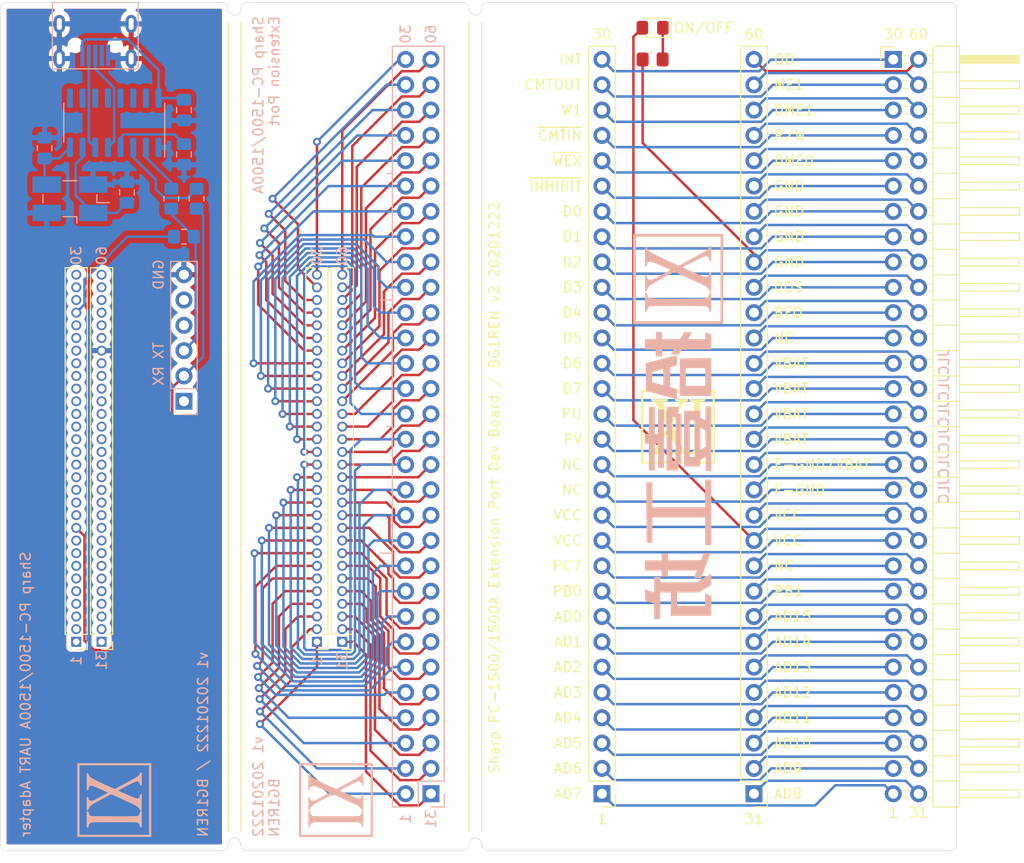
<source format=kicad_pcb>
(kicad_pcb (version 20171130) (host pcbnew "(5.1.8-0-10_14)")
  (title_block (title "Monthly DIY 2020-12-A") (date 2020-12-22) (rev v02) (company BG1REN))
  (layers (0 F.Cu signal) (31 B.Cu signal) (34 B.Paste user) (35 F.Paste user) (36 B.SilkS user) (37 F.SilkS user) (38 B.Mask user) (39 F.Mask user) (44 Edge.Cuts user))
  (net 0 "")
  (net 1 /pc1500-interface-card/PIN_30)
  (net 2 /pc1500-interface-card/PIN_29)
  (net 3 /pc1500-interface-card/PIN_28)
  (net 4 /pc1500-interface-card/PIN_27)
  (net 5 /pc1500-interface-card/PIN_26)
  (net 6 /pc1500-interface-card/PIN_25)
  (net 7 /pc1500-interface-card/PIN_24)
  (net 8 /pc1500-interface-card/PIN_23)
  (net 9 /pc1500-interface-card/PIN_22)
  (net 10 /pc1500-interface-card/PIN_21)
  (net 11 /pc1500-interface-card/PIN_20)
  (net 12 /pc1500-interface-card/PIN_19)
  (net 13 /pc1500-interface-card/PIN_18)
  (net 14 /pc1500-interface-card/PIN_17)
  (net 15 /pc1500-interface-card/PIN_16)
  (net 16 /pc1500-interface-card/PIN_15)
  (net 17 /pc1500-interface-card/PIN_14)
  (net 18 /pc1500-interface-card/PIN_13)
  (net 19 /pc1500-interface-card/PIN_12)
  (net 20 /pc1500-interface-card/PIN_11)
  (net 21 /pc1500-interface-card/PIN_10)
  (net 22 /pc1500-interface-card/PIN_9)
  (net 23 /pc1500-interface-card/PIN_8)
  (net 24 /pc1500-interface-card/PIN_7)
  (net 25 /pc1500-interface-card/PIN_6)
  (net 26 /pc1500-interface-card/PIN_5)
  (net 27 /pc1500-interface-card/PIN_4)
  (net 28 /pc1500-interface-card/PIN_3)
  (net 29 /pc1500-interface-card/PIN_2)
  (net 30 /pc1500-interface-card/PIN_1)
  (net 31 /pc1500-interface-card/PIN_60)
  (net 32 /pc1500-interface-card/PIN_59)
  (net 33 /pc1500-interface-card/PIN_58)
  (net 34 /pc1500-interface-card/PIN_57)
  (net 35 /pc1500-interface-card/PIN_56)
  (net 36 /pc1500-interface-card/PIN_55)
  (net 37 /pc1500-interface-card/PIN_54)
  (net 38 /pc1500-interface-card/PIN_53)
  (net 39 /pc1500-interface-card/PIN_52)
  (net 40 /pc1500-interface-card/PIN_51)
  (net 41 /pc1500-interface-card/PIN_50)
  (net 42 /pc1500-interface-card/PIN_49)
  (net 43 /pc1500-interface-card/PIN_48)
  (net 44 /pc1500-interface-card/PIN_47)
  (net 45 /pc1500-interface-card/PIN_46)
  (net 46 /pc1500-interface-card/PIN_45)
  (net 47 /pc1500-interface-card/PIN_44)
  (net 48 /pc1500-interface-card/PIN_43)
  (net 49 /pc1500-interface-card/PIN_42)
  (net 50 /pc1500-interface-card/PIN_41)
  (net 51 /pc1500-interface-card/PIN_40)
  (net 52 /pc1500-interface-card/PIN_39)
  (net 53 /pc1500-interface-card/PIN_38)
  (net 54 /pc1500-interface-card/PIN_37)
  (net 55 /pc1500-interface-card/PIN_36)
  (net 56 /pc1500-interface-card/PIN_35)
  (net 57 /pc1500-interface-card/PIN_34)
  (net 58 /pc1500-interface-card/PIN_33)
  (net 59 /pc1500-interface-card/PIN_32)
  (net 60 /pc1500-interface-card/PIN_31)
  (net 61 /pc1500-dev-board/PIN_41)
  (net 62 "Net-(D201-Pad1)")
  (net 63 /pc1500-dev-board/PIN_30)
  (net 64 /pc1500-dev-board/PIN_60)
  (net 65 /pc1500-dev-board/PIN_29)
  (net 66 /pc1500-dev-board/PIN_59)
  (net 67 /pc1500-dev-board/PIN_28)
  (net 68 /pc1500-dev-board/PIN_58)
  (net 69 /pc1500-dev-board/PIN_27)
  (net 70 /pc1500-dev-board/PIN_57)
  (net 71 /pc1500-dev-board/PIN_26)
  (net 72 /pc1500-dev-board/PIN_56)
  (net 73 /pc1500-dev-board/PIN_25)
  (net 74 /pc1500-dev-board/PIN_55)
  (net 75 /pc1500-dev-board/PIN_24)
  (net 76 /pc1500-dev-board/PIN_54)
  (net 77 /pc1500-dev-board/PIN_23)
  (net 78 /pc1500-dev-board/PIN_53)
  (net 79 /pc1500-dev-board/PIN_22)
  (net 80 /pc1500-dev-board/PIN_52)
  (net 81 /pc1500-dev-board/PIN_21)
  (net 82 /pc1500-dev-board/PIN_51)
  (net 83 /pc1500-dev-board/PIN_20)
  (net 84 /pc1500-dev-board/PIN_50)
  (net 85 /pc1500-dev-board/PIN_19)
  (net 86 /pc1500-dev-board/PIN_49)
  (net 87 /pc1500-dev-board/PIN_18)
  (net 88 /pc1500-dev-board/PIN_48)
  (net 89 /pc1500-dev-board/PIN_17)
  (net 90 /pc1500-dev-board/PIN_47)
  (net 91 /pc1500-dev-board/PIN_16)
  (net 92 /pc1500-dev-board/PIN_46)
  (net 93 /pc1500-dev-board/PIN_15)
  (net 94 /pc1500-dev-board/PIN_45)
  (net 95 /pc1500-dev-board/PIN_14)
  (net 96 /pc1500-dev-board/PIN_44)
  (net 97 /pc1500-dev-board/PIN_13)
  (net 98 /pc1500-dev-board/PIN_43)
  (net 99 /pc1500-dev-board/PIN_12)
  (net 100 /pc1500-dev-board/PIN_42)
  (net 101 /pc1500-dev-board/PIN_11)
  (net 102 /pc1500-dev-board/PIN_10)
  (net 103 /pc1500-dev-board/PIN_40)
  (net 104 /pc1500-dev-board/PIN_9)
  (net 105 /pc1500-dev-board/PIN_39)
  (net 106 /pc1500-dev-board/PIN_8)
  (net 107 /pc1500-dev-board/PIN_38)
  (net 108 /pc1500-dev-board/PIN_7)
  (net 109 /pc1500-dev-board/PIN_37)
  (net 110 /pc1500-dev-board/PIN_6)
  (net 111 /pc1500-dev-board/PIN_36)
  (net 112 /pc1500-dev-board/PIN_5)
  (net 113 /pc1500-dev-board/PIN_35)
  (net 114 /pc1500-dev-board/PIN_4)
  (net 115 /pc1500-dev-board/PIN_34)
  (net 116 /pc1500-dev-board/PIN_3)
  (net 117 /pc1500-dev-board/PIN_33)
  (net 118 /pc1500-dev-board/PIN_2)
  (net 119 /pc1500-dev-board/PIN_32)
  (net 120 /pc1500-dev-board/PIN_1)
  (net 121 /pc1500-dev-board/PIN_31)
  (net 122 /pc1500-uart-adapter/PIN_27)
  (net 123 /pc1500-uart-adapter/PIN_10)
  (net 124 /pc1500-uart-adapter/GND)
  (net 125 "Net-(C301-Pad1)")
  (net 126 "Net-(C302-Pad1)")
  (net 127 "Net-(C303-Pad1)")
  (net 128 "Net-(C304-Pad1)")
  (net 129 /pc1500-uart-adapter/TXD)
  (net 130 "Net-(J304-Pad2)")
  (net 131 "Net-(J304-Pad3)")
  (net 132 "Net-(R302-Pad2)")
  (net 133 "Net-(R303-Pad2)")
  (module Crystal:Crystal_SMD_EuroQuartz_MJ-4Pin_5.0x3.2mm_HandSoldering (layer B.Cu) (at 81.38 79.92 180)
    (fp_text reference Y301 hide)
    (fp_text value 12MHz)
    (pad 4 smd rect (at -2.325 1.425 180) (size 2.85 1.65) (layers B.Cu B.Paste B.Mask) (net 124 /pc1500-uart-adapter/GND))
    (pad 3 smd rect (at 2.325 1.425 180) (size 2.85 1.65) (layers B.Cu B.Paste B.Mask) (net 126 "Net-(C302-Pad1)"))
    (pad 2 smd rect (at 2.325 -1.425 180) (size 2.85 1.65) (layers B.Cu B.Paste B.Mask) (net 124 /pc1500-uart-adapter/GND))
    (pad 1 smd rect (at -2.325 -1.425 180) (size 2.85 1.65) (layers B.Cu B.Paste B.Mask) (net 125 "Net-(C301-Pad1)"))
  )
  (module Resistor_SMD:R_0805_2012Metric_Pad1.20x1.40mm_HandSolder (layer B.Cu) (at 94.08 79.92 90)
    (fp_text reference R303 hide)
    (fp_text value 1K)
    (pad 2 smd roundrect (at 1 0 90) (size 1.2 1.4) (layers B.Cu B.Paste B.Mask) (roundrect_rratio 0.2083325) (net 133 "Net-(R303-Pad2)"))
    (pad 1 smd roundrect (at -1 0 90) (size 1.2 1.4) (layers B.Cu B.Paste B.Mask) (roundrect_rratio 0.2083325) (net 123 /pc1500-uart-adapter/PIN_10))
  )
  (module Resistor_SMD:R_0805_2012Metric_Pad1.20x1.40mm_HandSolder (layer B.Cu) (at 91.54 79.92 90)
    (fp_text reference R302 hide)
    (fp_text value 1K)
    (pad 2 smd roundrect (at 1 0 90) (size 1.2 1.4) (layers B.Cu B.Paste B.Mask) (roundrect_rratio 0.2083325) (net 132 "Net-(R302-Pad2)"))
    (pad 1 smd roundrect (at -1 0 90) (size 1.2 1.4) (layers B.Cu B.Paste B.Mask) (roundrect_rratio 0.2083325) (net 129 /pc1500-uart-adapter/TXD))
  )
  (module Package_SO:SOIC-16_3.9x9.9mm_P1.27mm (layer B.Cu) (at 85.825 72.3 90)
    (fp_text reference U301 hide)
    (fp_text value CH340G)
    (pad 16 smd roundrect (at 2.475 4.445 90) (size 1.95 0.6) (layers B.Cu B.Paste B.Mask) (net 127 "Net-(C303-Pad1)"))
    (pad 15 smd roundrect (at 2.475 3.175 90) (size 1.95 0.6) (layers B.Cu B.Paste B.Mask))
    (pad 14 smd roundrect (at 2.475 1.905 90) (size 1.95 0.6) (layers B.Cu B.Paste B.Mask))
    (pad 13 smd roundrect (at 2.475 0.635 90) (size 1.95 0.6) (layers B.Cu B.Paste B.Mask))
    (pad 12 smd roundrect (at 2.475 -0.635 90) (size 1.95 0.6) (layers B.Cu B.Paste B.Mask))
    (pad 11 smd roundrect (at 2.475 -1.905 90) (size 1.95 0.6) (layers B.Cu B.Paste B.Mask))
    (pad 10 smd roundrect (at 2.475 -3.175 90) (size 1.95 0.6) (layers B.Cu B.Paste B.Mask))
    (pad 9 smd roundrect (at 2.475 -4.445 90) (size 1.95 0.6) (layers B.Cu B.Paste B.Mask))
    (pad 8 smd roundrect (at -2.475 -4.445 90) (size 1.95 0.6) (layers B.Cu B.Paste B.Mask) (net 126 "Net-(C302-Pad1)"))
    (pad 7 smd roundrect (at -2.475 -3.175 90) (size 1.95 0.6) (layers B.Cu B.Paste B.Mask) (net 125 "Net-(C301-Pad1)"))
    (pad 6 smd roundrect (at -2.475 -1.905 90) (size 1.95 0.6) (layers B.Cu B.Paste B.Mask) (net 130 "Net-(J304-Pad2)"))
    (pad 5 smd roundrect (at -2.475 -0.635 90) (size 1.95 0.6) (layers B.Cu B.Paste B.Mask) (net 131 "Net-(J304-Pad3)"))
    (pad 4 smd roundrect (at -2.475 0.635 90) (size 1.95 0.6) (layers B.Cu B.Paste B.Mask) (net 128 "Net-(C304-Pad1)"))
    (pad 3 smd roundrect (at -2.475 1.905 90) (size 1.95 0.6) (layers B.Cu B.Paste B.Mask) (net 133 "Net-(R303-Pad2)"))
    (pad 2 smd roundrect (at -2.475 3.175 90) (size 1.95 0.6) (layers B.Cu B.Paste B.Mask) (net 132 "Net-(R302-Pad2)"))
    (pad 1 smd roundrect (at -2.475 4.445 90) (size 1.95 0.6) (layers B.Cu B.Paste B.Mask) (net 124 /pc1500-uart-adapter/GND))
  )
  (module bg1ren:MicroUSB5P-A01SB141B1-261 (layer B.Cu) (at 83.92 60.235)
    (fp_text reference J304 hide)
    (fp_text value USB_B_Micro)
    (pad "" np_thru_hole circle (at -2 4.3) (size 0.55 0.55) (drill 0.55) (layers *.Cu *.Mask))
    (pad "" np_thru_hole circle (at 2 4.3) (size 0.55 0.55) (drill 0.55) (layers *.Cu *.Mask))
    (pad 1 smd rect (at -1.3 5.31) (size 0.4 2.15) (layers B.Cu B.Paste B.Mask) (net 127 "Net-(C303-Pad1)"))
    (pad 2 smd rect (at -0.65 5.31) (size 0.4 2.15) (layers B.Cu B.Paste B.Mask) (net 130 "Net-(J304-Pad2)"))
    (pad 5 smd rect (at 1.3 5.31) (size 0.4 2.15) (layers B.Cu B.Paste B.Mask) (net 124 /pc1500-uart-adapter/GND))
    (pad 4 smd rect (at 0.65 5.31) (size 0.4 2.15) (layers B.Cu B.Paste B.Mask))
    (pad 3 smd rect (at 0 5.31) (size 0.4 2.15) (layers B.Cu B.Paste B.Mask) (net 131 "Net-(J304-Pad3)"))
    (pad 6 thru_hole oval (at -3.6 5.62) (size 1.1 1.8) (drill oval 0.5 1.2) (layers *.Cu *.Mask) (net 124 /pc1500-uart-adapter/GND))
    (pad 6 thru_hole oval (at 3.6 5.62) (size 1.1 1.8) (drill oval 0.5 1.2) (layers *.Cu *.Mask) (net 124 /pc1500-uart-adapter/GND))
    (pad 6 thru_hole oval (at -3.6 2.15) (size 1.1 1.8) (drill oval 0.5 1.2) (layers *.Cu *.Mask) (net 124 /pc1500-uart-adapter/GND))
    (pad 6 thru_hole oval (at 3.6 2.15) (size 1.1 1.8) (drill oval 0.5 1.2) (layers *.Cu *.Mask) (net 124 /pc1500-uart-adapter/GND))
  )
  (module Capacitor_SMD:C_0805_2012Metric_Pad1.18x1.45mm_HandSolder (layer B.Cu) (at 92.81 75.475 270)
    (fp_text reference C304 hide)
    (fp_text value 10nF)
    (pad 2 smd roundrect (at 1.0375 0 270) (size 1.175 1.45) (layers B.Cu B.Paste B.Mask) (roundrect_rratio 0.2127659574468085) (net 124 /pc1500-uart-adapter/GND))
    (pad 1 smd roundrect (at -1.0375 0 270) (size 1.175 1.45) (layers B.Cu B.Paste B.Mask) (roundrect_rratio 0.2127659574468085) (net 128 "Net-(C304-Pad1)"))
  )
  (module Capacitor_SMD:C_0805_2012Metric_Pad1.18x1.45mm_HandSolder (layer B.Cu) (at 92.81 71.03 270)
    (fp_text reference C303 hide)
    (fp_text value 10uF)
    (pad 2 smd roundrect (at 1.0375 0 270) (size 1.175 1.45) (layers B.Cu B.Paste B.Mask) (roundrect_rratio 0.2127659574468085) (net 124 /pc1500-uart-adapter/GND))
    (pad 1 smd roundrect (at -1.0375 0 270) (size 1.175 1.45) (layers B.Cu B.Paste B.Mask) (roundrect_rratio 0.2127659574468085) (net 127 "Net-(C303-Pad1)"))
  )
  (module Capacitor_SMD:C_0805_2012Metric_Pad1.18x1.45mm_HandSolder (layer B.Cu) (at 78.84 74.84 90)
    (fp_text reference C302 hide)
    (fp_text value 22pF)
    (pad 2 smd roundrect (at 1.0375 0 90) (size 1.175 1.45) (layers B.Cu B.Paste B.Mask) (roundrect_rratio 0.2127659574468085) (net 124 /pc1500-uart-adapter/GND))
    (pad 1 smd roundrect (at -1.0375 0 90) (size 1.175 1.45) (layers B.Cu B.Paste B.Mask) (roundrect_rratio 0.2127659574468085) (net 126 "Net-(C302-Pad1)"))
  )
  (module Capacitor_SMD:C_0805_2012Metric_Pad1.18x1.45mm_HandSolder (layer B.Cu) (at 87.095 79.285 90)
    (fp_text reference C301 hide)
    (fp_text value 22pF)
    (pad 2 smd roundrect (at 1.0375 0 90) (size 1.175 1.45) (layers B.Cu B.Paste B.Mask) (roundrect_rratio 0.2127659574468085) (net 124 /pc1500-uart-adapter/GND))
    (pad 1 smd roundrect (at -1.0375 0 90) (size 1.175 1.45) (layers B.Cu B.Paste B.Mask) (roundrect_rratio 0.2127659574468085) (net 125 "Net-(C301-Pad1)"))
  )
  (module xi:xi-logo-c-08_08 (layer B.Cu) (at 85.825 140.245 270)
    (fp_text reference G*** hide)
    (fp_text value LOGO hide)
  )
  (module Resistor_SMD:R_0805_2012Metric_Pad1.20x1.40mm_HandSolder (layer B.Cu) (at 92.81 83.73 180)
    (fp_text reference R301 hide)
    (fp_text value 4.7K)
    (pad 2 smd roundrect (at 1 0 180) (size 1.2 1.4) (layers B.Cu B.Paste B.Mask) (roundrect_rratio 0.2083325) (net 122 /pc1500-uart-adapter/PIN_27))
    (pad 1 smd roundrect (at -1 0 180) (size 1.2 1.4) (layers B.Cu B.Paste B.Mask) (roundrect_rratio 0.2083325) (net 129 /pc1500-uart-adapter/TXD))
  )
  (module Connector_PinSocket_2.54mm:PinSocket_1x06_P2.54mm_Vertical (layer B.Cu) (at 92.81 100.24)
    (fp_text reference J303 hide)
    (fp_text value Conn_01x06)
    (pad 6 thru_hole oval (at 0 -12.7) (size 1.7 1.7) (drill 1) (layers *.Cu *.Mask) (net 124 /pc1500-uart-adapter/GND))
    (pad 5 thru_hole oval (at 0 -10.16) (size 1.7 1.7) (drill 1) (layers *.Cu *.Mask))
    (pad 4 thru_hole oval (at 0 -7.62) (size 1.7 1.7) (drill 1) (layers *.Cu *.Mask))
    (pad 3 thru_hole oval (at 0 -5.08) (size 1.7 1.7) (drill 1) (layers *.Cu *.Mask) (net 129 /pc1500-uart-adapter/TXD))
    (pad 2 thru_hole oval (at 0 -2.54) (size 1.7 1.7) (drill 1) (layers *.Cu *.Mask) (net 123 /pc1500-uart-adapter/PIN_10))
    (pad 1 thru_hole rect (at 0 0) (size 1.7 1.7) (drill 1) (layers *.Cu *.Mask))
  )
  (module Connector_PinHeader_1.27mm:PinHeader_1x30_P1.27mm_Vertical (layer F.Cu) (at 84.555 124.37 180)
    (fp_text reference J302 hide)
    (fp_text value PC-1500-31-60)
    (pad 30 thru_hole oval (at 0 36.83 180) (size 1 1) (drill 0.65) (layers *.Cu *.Mask))
    (pad 29 thru_hole oval (at 0 35.56 180) (size 1 1) (drill 0.65) (layers *.Cu *.Mask))
    (pad 28 thru_hole oval (at 0 34.29 180) (size 1 1) (drill 0.65) (layers *.Cu *.Mask))
    (pad 27 thru_hole oval (at 0 33.02 180) (size 1 1) (drill 0.65) (layers *.Cu *.Mask))
    (pad 26 thru_hole oval (at 0 31.75 180) (size 1 1) (drill 0.65) (layers *.Cu *.Mask))
    (pad 25 thru_hole oval (at 0 30.48 180) (size 1 1) (drill 0.65) (layers *.Cu *.Mask))
    (pad 24 thru_hole oval (at 0 29.21 180) (size 1 1) (drill 0.65) (layers *.Cu *.Mask) (net 124 /pc1500-uart-adapter/GND))
    (pad 23 thru_hole oval (at 0 27.94 180) (size 1 1) (drill 0.65) (layers *.Cu *.Mask))
    (pad 22 thru_hole oval (at 0 26.67 180) (size 1 1) (drill 0.65) (layers *.Cu *.Mask))
    (pad 21 thru_hole oval (at 0 25.4 180) (size 1 1) (drill 0.65) (layers *.Cu *.Mask))
    (pad 20 thru_hole oval (at 0 24.13 180) (size 1 1) (drill 0.65) (layers *.Cu *.Mask))
    (pad 19 thru_hole oval (at 0 22.86 180) (size 1 1) (drill 0.65) (layers *.Cu *.Mask))
    (pad 18 thru_hole oval (at 0 21.59 180) (size 1 1) (drill 0.65) (layers *.Cu *.Mask))
    (pad 17 thru_hole oval (at 0 20.32 180) (size 1 1) (drill 0.65) (layers *.Cu *.Mask))
    (pad 16 thru_hole oval (at 0 19.05 180) (size 1 1) (drill 0.65) (layers *.Cu *.Mask))
    (pad 15 thru_hole oval (at 0 17.78 180) (size 1 1) (drill 0.65) (layers *.Cu *.Mask))
    (pad 14 thru_hole oval (at 0 16.51 180) (size 1 1) (drill 0.65) (layers *.Cu *.Mask))
    (pad 13 thru_hole oval (at 0 15.24 180) (size 1 1) (drill 0.65) (layers *.Cu *.Mask))
    (pad 12 thru_hole oval (at 0 13.97 180) (size 1 1) (drill 0.65) (layers *.Cu *.Mask))
    (pad 11 thru_hole oval (at 0 12.7 180) (size 1 1) (drill 0.65) (layers *.Cu *.Mask))
    (pad 10 thru_hole oval (at 0 11.43 180) (size 1 1) (drill 0.65) (layers *.Cu *.Mask))
    (pad 9 thru_hole oval (at 0 10.16 180) (size 1 1) (drill 0.65) (layers *.Cu *.Mask))
    (pad 8 thru_hole oval (at 0 8.89 180) (size 1 1) (drill 0.65) (layers *.Cu *.Mask))
    (pad 7 thru_hole oval (at 0 7.62 180) (size 1 1) (drill 0.65) (layers *.Cu *.Mask))
    (pad 6 thru_hole oval (at 0 6.35 180) (size 1 1) (drill 0.65) (layers *.Cu *.Mask))
    (pad 5 thru_hole oval (at 0 5.08 180) (size 1 1) (drill 0.65) (layers *.Cu *.Mask))
    (pad 4 thru_hole oval (at 0 3.81 180) (size 1 1) (drill 0.65) (layers *.Cu *.Mask))
    (pad 3 thru_hole oval (at 0 2.54 180) (size 1 1) (drill 0.65) (layers *.Cu *.Mask))
    (pad 2 thru_hole oval (at 0 1.27 180) (size 1 1) (drill 0.65) (layers *.Cu *.Mask))
    (pad 1 thru_hole rect (at 0 0 180) (size 1 1) (drill 0.65) (layers *.Cu *.Mask))
  )
  (module Connector_PinHeader_1.27mm:PinHeader_1x30_P1.27mm_Vertical (layer F.Cu) (at 82.015 124.37 180)
    (fp_text reference J301 hide)
    (fp_text value PC-1500-01-30)
    (pad 30 thru_hole oval (at 0 36.83 180) (size 1 1) (drill 0.65) (layers *.Cu *.Mask))
    (pad 29 thru_hole oval (at 0 35.56 180) (size 1 1) (drill 0.65) (layers *.Cu *.Mask))
    (pad 28 thru_hole oval (at 0 34.29 180) (size 1 1) (drill 0.65) (layers *.Cu *.Mask))
    (pad 27 thru_hole oval (at 0 33.02 180) (size 1 1) (drill 0.65) (layers *.Cu *.Mask) (net 122 /pc1500-uart-adapter/PIN_27))
    (pad 26 thru_hole oval (at 0 31.75 180) (size 1 1) (drill 0.65) (layers *.Cu *.Mask))
    (pad 25 thru_hole oval (at 0 30.48 180) (size 1 1) (drill 0.65) (layers *.Cu *.Mask))
    (pad 24 thru_hole oval (at 0 29.21 180) (size 1 1) (drill 0.65) (layers *.Cu *.Mask))
    (pad 23 thru_hole oval (at 0 27.94 180) (size 1 1) (drill 0.65) (layers *.Cu *.Mask))
    (pad 22 thru_hole oval (at 0 26.67 180) (size 1 1) (drill 0.65) (layers *.Cu *.Mask))
    (pad 21 thru_hole oval (at 0 25.4 180) (size 1 1) (drill 0.65) (layers *.Cu *.Mask))
    (pad 20 thru_hole oval (at 0 24.13 180) (size 1 1) (drill 0.65) (layers *.Cu *.Mask))
    (pad 19 thru_hole oval (at 0 22.86 180) (size 1 1) (drill 0.65) (layers *.Cu *.Mask))
    (pad 18 thru_hole oval (at 0 21.59 180) (size 1 1) (drill 0.65) (layers *.Cu *.Mask))
    (pad 17 thru_hole oval (at 0 20.32 180) (size 1 1) (drill 0.65) (layers *.Cu *.Mask))
    (pad 16 thru_hole oval (at 0 19.05 180) (size 1 1) (drill 0.65) (layers *.Cu *.Mask))
    (pad 15 thru_hole oval (at 0 17.78 180) (size 1 1) (drill 0.65) (layers *.Cu *.Mask))
    (pad 14 thru_hole oval (at 0 16.51 180) (size 1 1) (drill 0.65) (layers *.Cu *.Mask))
    (pad 13 thru_hole oval (at 0 15.24 180) (size 1 1) (drill 0.65) (layers *.Cu *.Mask))
    (pad 12 thru_hole oval (at 0 13.97 180) (size 1 1) (drill 0.65) (layers *.Cu *.Mask))
    (pad 11 thru_hole oval (at 0 12.7 180) (size 1 1) (drill 0.65) (layers *.Cu *.Mask))
    (pad 10 thru_hole oval (at 0 11.43 180) (size 1 1) (drill 0.65) (layers *.Cu *.Mask) (net 123 /pc1500-uart-adapter/PIN_10))
    (pad 9 thru_hole oval (at 0 10.16 180) (size 1 1) (drill 0.65) (layers *.Cu *.Mask))
    (pad 8 thru_hole oval (at 0 8.89 180) (size 1 1) (drill 0.65) (layers *.Cu *.Mask))
    (pad 7 thru_hole oval (at 0 7.62 180) (size 1 1) (drill 0.65) (layers *.Cu *.Mask))
    (pad 6 thru_hole oval (at 0 6.35 180) (size 1 1) (drill 0.65) (layers *.Cu *.Mask))
    (pad 5 thru_hole oval (at 0 5.08 180) (size 1 1) (drill 0.65) (layers *.Cu *.Mask))
    (pad 4 thru_hole oval (at 0 3.81 180) (size 1 1) (drill 0.65) (layers *.Cu *.Mask))
    (pad 3 thru_hole oval (at 0 2.54 180) (size 1 1) (drill 0.65) (layers *.Cu *.Mask))
    (pad 2 thru_hole oval (at 0 1.27 180) (size 1 1) (drill 0.65) (layers *.Cu *.Mask))
    (pad 1 thru_hole rect (at 0 0 180) (size 1 1) (drill 0.65) (layers *.Cu *.Mask))
  )
  (module xi:xi-logo-b-40_10 (layer B.Cu) (at 142.34 102.78 270)
    (fp_text reference G*** hide)
    (fp_text value LOGO hide)
  )
  (module xi:xi-logo-c-08_08 (layer F.Cu) (at 142.34 102.78)
    (fp_text reference G*** hide)
    (fp_text value LOGO hide)
  )
  (module MountingHole:MountingHole_3.2mm_M3 (layer F.Cu) (at 158.215 141.515)
    (fp_text reference REF** hide)
    (fp_text value MountingHole_3.2mm_M3)
    (pad 1 np_thru_hole circle (at 0 0) (size 3.2 3.2) (drill 3.2) (layers *.Cu *.Mask))
  )
  (module MountingHole:MountingHole_3.2mm_M3 (layer F.Cu) (at 126.465 141.515)
    (fp_text reference REF** hide)
    (fp_text value MountingHole_3.2mm_M3)
    (pad 1 np_thru_hole circle (at 0 0) (size 3.2 3.2) (drill 3.2) (layers *.Cu *.Mask))
  )
  (module MountingHole:MountingHole_3.2mm_M3 (layer F.Cu) (at 126.465 64.045)
    (fp_text reference REF** hide)
    (fp_text value MountingHole_3.2mm_M3)
    (pad 1 np_thru_hole circle (at 0 0) (size 3.2 3.2) (drill 3.2) (layers *.Cu *.Mask))
  )
  (module MountingHole:MountingHole_3.2mm_M3 (layer F.Cu) (at 158.215 64.045)
    (fp_text reference REF** hide)
    (fp_text value MountingHole_3.2mm_M3)
    (pad 1 np_thru_hole circle (at 0 0) (size 3.2 3.2) (drill 3.2) (layers *.Cu *.Mask))
  )
  (module Resistor_SMD:R_0805_2012Metric_Pad1.20x1.40mm_HandSolder (layer F.Cu) (at 139.8 65.95 180)
    (fp_text reference R201 hide)
    (fp_text value 4.7K)
    (pad 2 smd roundrect (at 1 0 180) (size 1.2 1.4) (layers F.Cu F.Paste F.Mask) (roundrect_rratio 0.2083325) (net 80 /pc1500-dev-board/PIN_52))
    (pad 1 smd roundrect (at -1 0 180) (size 1.2 1.4) (layers F.Cu F.Paste F.Mask) (roundrect_rratio 0.2083325) (net 62 "Net-(D201-Pad1)"))
  )
  (module Connector_PinHeader_2.54mm:PinHeader_1x30_P2.54mm_Vertical (layer F.Cu) (at 149.96 139.61 180)
    (fp_text reference J203 hide)
    (fp_text value PC-1500-31-60)
    (pad 30 thru_hole oval (at 0 73.66 180) (size 1.7 1.7) (drill 1) (layers *.Cu *.Mask) (net 64 /pc1500-dev-board/PIN_60))
    (pad 29 thru_hole oval (at 0 71.12 180) (size 1.7 1.7) (drill 1) (layers *.Cu *.Mask) (net 66 /pc1500-dev-board/PIN_59))
    (pad 28 thru_hole oval (at 0 68.58 180) (size 1.7 1.7) (drill 1) (layers *.Cu *.Mask) (net 68 /pc1500-dev-board/PIN_58))
    (pad 27 thru_hole oval (at 0 66.04 180) (size 1.7 1.7) (drill 1) (layers *.Cu *.Mask) (net 70 /pc1500-dev-board/PIN_57))
    (pad 26 thru_hole oval (at 0 63.5 180) (size 1.7 1.7) (drill 1) (layers *.Cu *.Mask) (net 72 /pc1500-dev-board/PIN_56))
    (pad 25 thru_hole oval (at 0 60.96 180) (size 1.7 1.7) (drill 1) (layers *.Cu *.Mask) (net 74 /pc1500-dev-board/PIN_55))
    (pad 24 thru_hole oval (at 0 58.42 180) (size 1.7 1.7) (drill 1) (layers *.Cu *.Mask) (net 76 /pc1500-dev-board/PIN_54))
    (pad 23 thru_hole oval (at 0 55.88 180) (size 1.7 1.7) (drill 1) (layers *.Cu *.Mask) (net 78 /pc1500-dev-board/PIN_53))
    (pad 22 thru_hole oval (at 0 53.34 180) (size 1.7 1.7) (drill 1) (layers *.Cu *.Mask) (net 80 /pc1500-dev-board/PIN_52))
    (pad 21 thru_hole oval (at 0 50.8 180) (size 1.7 1.7) (drill 1) (layers *.Cu *.Mask) (net 82 /pc1500-dev-board/PIN_51))
    (pad 20 thru_hole oval (at 0 48.26 180) (size 1.7 1.7) (drill 1) (layers *.Cu *.Mask) (net 84 /pc1500-dev-board/PIN_50))
    (pad 19 thru_hole oval (at 0 45.72 180) (size 1.7 1.7) (drill 1) (layers *.Cu *.Mask) (net 86 /pc1500-dev-board/PIN_49))
    (pad 18 thru_hole oval (at 0 43.18 180) (size 1.7 1.7) (drill 1) (layers *.Cu *.Mask) (net 88 /pc1500-dev-board/PIN_48))
    (pad 17 thru_hole oval (at 0 40.64 180) (size 1.7 1.7) (drill 1) (layers *.Cu *.Mask) (net 90 /pc1500-dev-board/PIN_47))
    (pad 16 thru_hole oval (at 0 38.1 180) (size 1.7 1.7) (drill 1) (layers *.Cu *.Mask) (net 92 /pc1500-dev-board/PIN_46))
    (pad 15 thru_hole oval (at 0 35.56 180) (size 1.7 1.7) (drill 1) (layers *.Cu *.Mask) (net 94 /pc1500-dev-board/PIN_45))
    (pad 14 thru_hole oval (at 0 33.02 180) (size 1.7 1.7) (drill 1) (layers *.Cu *.Mask) (net 96 /pc1500-dev-board/PIN_44))
    (pad 13 thru_hole oval (at 0 30.48 180) (size 1.7 1.7) (drill 1) (layers *.Cu *.Mask) (net 98 /pc1500-dev-board/PIN_43))
    (pad 12 thru_hole oval (at 0 27.94 180) (size 1.7 1.7) (drill 1) (layers *.Cu *.Mask) (net 100 /pc1500-dev-board/PIN_42))
    (pad 11 thru_hole oval (at 0 25.4 180) (size 1.7 1.7) (drill 1) (layers *.Cu *.Mask) (net 61 /pc1500-dev-board/PIN_41))
    (pad 10 thru_hole oval (at 0 22.86 180) (size 1.7 1.7) (drill 1) (layers *.Cu *.Mask) (net 103 /pc1500-dev-board/PIN_40))
    (pad 9 thru_hole oval (at 0 20.32 180) (size 1.7 1.7) (drill 1) (layers *.Cu *.Mask) (net 105 /pc1500-dev-board/PIN_39))
    (pad 8 thru_hole oval (at 0 17.78 180) (size 1.7 1.7) (drill 1) (layers *.Cu *.Mask) (net 107 /pc1500-dev-board/PIN_38))
    (pad 7 thru_hole oval (at 0 15.24 180) (size 1.7 1.7) (drill 1) (layers *.Cu *.Mask) (net 109 /pc1500-dev-board/PIN_37))
    (pad 6 thru_hole oval (at 0 12.7 180) (size 1.7 1.7) (drill 1) (layers *.Cu *.Mask) (net 111 /pc1500-dev-board/PIN_36))
    (pad 5 thru_hole oval (at 0 10.16 180) (size 1.7 1.7) (drill 1) (layers *.Cu *.Mask) (net 113 /pc1500-dev-board/PIN_35))
    (pad 4 thru_hole oval (at 0 7.62 180) (size 1.7 1.7) (drill 1) (layers *.Cu *.Mask) (net 115 /pc1500-dev-board/PIN_34))
    (pad 3 thru_hole oval (at 0 5.08 180) (size 1.7 1.7) (drill 1) (layers *.Cu *.Mask) (net 117 /pc1500-dev-board/PIN_33))
    (pad 2 thru_hole oval (at 0 2.54 180) (size 1.7 1.7) (drill 1) (layers *.Cu *.Mask) (net 119 /pc1500-dev-board/PIN_32))
    (pad 1 thru_hole rect (at 0 0 180) (size 1.7 1.7) (drill 1) (layers *.Cu *.Mask) (net 121 /pc1500-dev-board/PIN_31))
  )
  (module Connector_PinHeader_2.54mm:PinHeader_1x30_P2.54mm_Vertical (layer F.Cu) (at 134.72 139.61 180)
    (fp_text reference J202 hide)
    (fp_text value PC-1500-01-30)
    (pad 30 thru_hole oval (at 0 73.66 180) (size 1.7 1.7) (drill 1) (layers *.Cu *.Mask) (net 63 /pc1500-dev-board/PIN_30))
    (pad 29 thru_hole oval (at 0 71.12 180) (size 1.7 1.7) (drill 1) (layers *.Cu *.Mask) (net 65 /pc1500-dev-board/PIN_29))
    (pad 28 thru_hole oval (at 0 68.58 180) (size 1.7 1.7) (drill 1) (layers *.Cu *.Mask) (net 67 /pc1500-dev-board/PIN_28))
    (pad 27 thru_hole oval (at 0 66.04 180) (size 1.7 1.7) (drill 1) (layers *.Cu *.Mask) (net 69 /pc1500-dev-board/PIN_27))
    (pad 26 thru_hole oval (at 0 63.5 180) (size 1.7 1.7) (drill 1) (layers *.Cu *.Mask) (net 71 /pc1500-dev-board/PIN_26))
    (pad 25 thru_hole oval (at 0 60.96 180) (size 1.7 1.7) (drill 1) (layers *.Cu *.Mask) (net 73 /pc1500-dev-board/PIN_25))
    (pad 24 thru_hole oval (at 0 58.42 180) (size 1.7 1.7) (drill 1) (layers *.Cu *.Mask) (net 75 /pc1500-dev-board/PIN_24))
    (pad 23 thru_hole oval (at 0 55.88 180) (size 1.7 1.7) (drill 1) (layers *.Cu *.Mask) (net 77 /pc1500-dev-board/PIN_23))
    (pad 22 thru_hole oval (at 0 53.34 180) (size 1.7 1.7) (drill 1) (layers *.Cu *.Mask) (net 79 /pc1500-dev-board/PIN_22))
    (pad 21 thru_hole oval (at 0 50.8 180) (size 1.7 1.7) (drill 1) (layers *.Cu *.Mask) (net 81 /pc1500-dev-board/PIN_21))
    (pad 20 thru_hole oval (at 0 48.26 180) (size 1.7 1.7) (drill 1) (layers *.Cu *.Mask) (net 83 /pc1500-dev-board/PIN_20))
    (pad 19 thru_hole oval (at 0 45.72 180) (size 1.7 1.7) (drill 1) (layers *.Cu *.Mask) (net 85 /pc1500-dev-board/PIN_19))
    (pad 18 thru_hole oval (at 0 43.18 180) (size 1.7 1.7) (drill 1) (layers *.Cu *.Mask) (net 87 /pc1500-dev-board/PIN_18))
    (pad 17 thru_hole oval (at 0 40.64 180) (size 1.7 1.7) (drill 1) (layers *.Cu *.Mask) (net 89 /pc1500-dev-board/PIN_17))
    (pad 16 thru_hole oval (at 0 38.1 180) (size 1.7 1.7) (drill 1) (layers *.Cu *.Mask) (net 91 /pc1500-dev-board/PIN_16))
    (pad 15 thru_hole oval (at 0 35.56 180) (size 1.7 1.7) (drill 1) (layers *.Cu *.Mask) (net 93 /pc1500-dev-board/PIN_15))
    (pad 14 thru_hole oval (at 0 33.02 180) (size 1.7 1.7) (drill 1) (layers *.Cu *.Mask) (net 95 /pc1500-dev-board/PIN_14))
    (pad 13 thru_hole oval (at 0 30.48 180) (size 1.7 1.7) (drill 1) (layers *.Cu *.Mask) (net 97 /pc1500-dev-board/PIN_13))
    (pad 12 thru_hole oval (at 0 27.94 180) (size 1.7 1.7) (drill 1) (layers *.Cu *.Mask) (net 99 /pc1500-dev-board/PIN_12))
    (pad 11 thru_hole oval (at 0 25.4 180) (size 1.7 1.7) (drill 1) (layers *.Cu *.Mask) (net 101 /pc1500-dev-board/PIN_11))
    (pad 10 thru_hole oval (at 0 22.86 180) (size 1.7 1.7) (drill 1) (layers *.Cu *.Mask) (net 102 /pc1500-dev-board/PIN_10))
    (pad 9 thru_hole oval (at 0 20.32 180) (size 1.7 1.7) (drill 1) (layers *.Cu *.Mask) (net 104 /pc1500-dev-board/PIN_9))
    (pad 8 thru_hole oval (at 0 17.78 180) (size 1.7 1.7) (drill 1) (layers *.Cu *.Mask) (net 106 /pc1500-dev-board/PIN_8))
    (pad 7 thru_hole oval (at 0 15.24 180) (size 1.7 1.7) (drill 1) (layers *.Cu *.Mask) (net 108 /pc1500-dev-board/PIN_7))
    (pad 6 thru_hole oval (at 0 12.7 180) (size 1.7 1.7) (drill 1) (layers *.Cu *.Mask) (net 110 /pc1500-dev-board/PIN_6))
    (pad 5 thru_hole oval (at 0 10.16 180) (size 1.7 1.7) (drill 1) (layers *.Cu *.Mask) (net 112 /pc1500-dev-board/PIN_5))
    (pad 4 thru_hole oval (at 0 7.62 180) (size 1.7 1.7) (drill 1) (layers *.Cu *.Mask) (net 114 /pc1500-dev-board/PIN_4))
    (pad 3 thru_hole oval (at 0 5.08 180) (size 1.7 1.7) (drill 1) (layers *.Cu *.Mask) (net 116 /pc1500-dev-board/PIN_3))
    (pad 2 thru_hole oval (at 0 2.54 180) (size 1.7 1.7) (drill 1) (layers *.Cu *.Mask) (net 118 /pc1500-dev-board/PIN_2))
    (pad 1 thru_hole rect (at 0 0 180) (size 1.7 1.7) (drill 1) (layers *.Cu *.Mask) (net 120 /pc1500-dev-board/PIN_1))
  )
  (module Connector_PinHeader_2.54mm:PinHeader_2x30_P2.54mm_Horizontal (layer F.Cu) (at 163.93 65.95)
    (fp_text reference J201 hide)
    (fp_text value Adapter-Out)
    (pad 60 thru_hole oval (at 2.54 73.66) (size 1.7 1.7) (drill 1) (layers *.Cu *.Mask) (net 121 /pc1500-dev-board/PIN_31))
    (pad 59 thru_hole oval (at 0 73.66) (size 1.7 1.7) (drill 1) (layers *.Cu *.Mask) (net 120 /pc1500-dev-board/PIN_1))
    (pad 58 thru_hole oval (at 2.54 71.12) (size 1.7 1.7) (drill 1) (layers *.Cu *.Mask) (net 119 /pc1500-dev-board/PIN_32))
    (pad 57 thru_hole oval (at 0 71.12) (size 1.7 1.7) (drill 1) (layers *.Cu *.Mask) (net 118 /pc1500-dev-board/PIN_2))
    (pad 56 thru_hole oval (at 2.54 68.58) (size 1.7 1.7) (drill 1) (layers *.Cu *.Mask) (net 117 /pc1500-dev-board/PIN_33))
    (pad 55 thru_hole oval (at 0 68.58) (size 1.7 1.7) (drill 1) (layers *.Cu *.Mask) (net 116 /pc1500-dev-board/PIN_3))
    (pad 54 thru_hole oval (at 2.54 66.04) (size 1.7 1.7) (drill 1) (layers *.Cu *.Mask) (net 115 /pc1500-dev-board/PIN_34))
    (pad 53 thru_hole oval (at 0 66.04) (size 1.7 1.7) (drill 1) (layers *.Cu *.Mask) (net 114 /pc1500-dev-board/PIN_4))
    (pad 52 thru_hole oval (at 2.54 63.5) (size 1.7 1.7) (drill 1) (layers *.Cu *.Mask) (net 113 /pc1500-dev-board/PIN_35))
    (pad 51 thru_hole oval (at 0 63.5) (size 1.7 1.7) (drill 1) (layers *.Cu *.Mask) (net 112 /pc1500-dev-board/PIN_5))
    (pad 50 thru_hole oval (at 2.54 60.96) (size 1.7 1.7) (drill 1) (layers *.Cu *.Mask) (net 111 /pc1500-dev-board/PIN_36))
    (pad 49 thru_hole oval (at 0 60.96) (size 1.7 1.7) (drill 1) (layers *.Cu *.Mask) (net 110 /pc1500-dev-board/PIN_6))
    (pad 48 thru_hole oval (at 2.54 58.42) (size 1.7 1.7) (drill 1) (layers *.Cu *.Mask) (net 109 /pc1500-dev-board/PIN_37))
    (pad 47 thru_hole oval (at 0 58.42) (size 1.7 1.7) (drill 1) (layers *.Cu *.Mask) (net 108 /pc1500-dev-board/PIN_7))
    (pad 46 thru_hole oval (at 2.54 55.88) (size 1.7 1.7) (drill 1) (layers *.Cu *.Mask) (net 107 /pc1500-dev-board/PIN_38))
    (pad 45 thru_hole oval (at 0 55.88) (size 1.7 1.7) (drill 1) (layers *.Cu *.Mask) (net 106 /pc1500-dev-board/PIN_8))
    (pad 44 thru_hole oval (at 2.54 53.34) (size 1.7 1.7) (drill 1) (layers *.Cu *.Mask) (net 105 /pc1500-dev-board/PIN_39))
    (pad 43 thru_hole oval (at 0 53.34) (size 1.7 1.7) (drill 1) (layers *.Cu *.Mask) (net 104 /pc1500-dev-board/PIN_9))
    (pad 42 thru_hole oval (at 2.54 50.8) (size 1.7 1.7) (drill 1) (layers *.Cu *.Mask) (net 103 /pc1500-dev-board/PIN_40))
    (pad 41 thru_hole oval (at 0 50.8) (size 1.7 1.7) (drill 1) (layers *.Cu *.Mask) (net 102 /pc1500-dev-board/PIN_10))
    (pad 40 thru_hole oval (at 2.54 48.26) (size 1.7 1.7) (drill 1) (layers *.Cu *.Mask) (net 61 /pc1500-dev-board/PIN_41))
    (pad 39 thru_hole oval (at 0 48.26) (size 1.7 1.7) (drill 1) (layers *.Cu *.Mask) (net 101 /pc1500-dev-board/PIN_11))
    (pad 38 thru_hole oval (at 2.54 45.72) (size 1.7 1.7) (drill 1) (layers *.Cu *.Mask) (net 100 /pc1500-dev-board/PIN_42))
    (pad 37 thru_hole oval (at 0 45.72) (size 1.7 1.7) (drill 1) (layers *.Cu *.Mask) (net 99 /pc1500-dev-board/PIN_12))
    (pad 36 thru_hole oval (at 2.54 43.18) (size 1.7 1.7) (drill 1) (layers *.Cu *.Mask) (net 98 /pc1500-dev-board/PIN_43))
    (pad 35 thru_hole oval (at 0 43.18) (size 1.7 1.7) (drill 1) (layers *.Cu *.Mask) (net 97 /pc1500-dev-board/PIN_13))
    (pad 34 thru_hole oval (at 2.54 40.64) (size 1.7 1.7) (drill 1) (layers *.Cu *.Mask) (net 96 /pc1500-dev-board/PIN_44))
    (pad 33 thru_hole oval (at 0 40.64) (size 1.7 1.7) (drill 1) (layers *.Cu *.Mask) (net 95 /pc1500-dev-board/PIN_14))
    (pad 32 thru_hole oval (at 2.54 38.1) (size 1.7 1.7) (drill 1) (layers *.Cu *.Mask) (net 94 /pc1500-dev-board/PIN_45))
    (pad 31 thru_hole oval (at 0 38.1) (size 1.7 1.7) (drill 1) (layers *.Cu *.Mask) (net 93 /pc1500-dev-board/PIN_15))
    (pad 30 thru_hole oval (at 2.54 35.56) (size 1.7 1.7) (drill 1) (layers *.Cu *.Mask) (net 92 /pc1500-dev-board/PIN_46))
    (pad 29 thru_hole oval (at 0 35.56) (size 1.7 1.7) (drill 1) (layers *.Cu *.Mask) (net 91 /pc1500-dev-board/PIN_16))
    (pad 28 thru_hole oval (at 2.54 33.02) (size 1.7 1.7) (drill 1) (layers *.Cu *.Mask) (net 90 /pc1500-dev-board/PIN_47))
    (pad 27 thru_hole oval (at 0 33.02) (size 1.7 1.7) (drill 1) (layers *.Cu *.Mask) (net 89 /pc1500-dev-board/PIN_17))
    (pad 26 thru_hole oval (at 2.54 30.48) (size 1.7 1.7) (drill 1) (layers *.Cu *.Mask) (net 88 /pc1500-dev-board/PIN_48))
    (pad 25 thru_hole oval (at 0 30.48) (size 1.7 1.7) (drill 1) (layers *.Cu *.Mask) (net 87 /pc1500-dev-board/PIN_18))
    (pad 24 thru_hole oval (at 2.54 27.94) (size 1.7 1.7) (drill 1) (layers *.Cu *.Mask) (net 86 /pc1500-dev-board/PIN_49))
    (pad 23 thru_hole oval (at 0 27.94) (size 1.7 1.7) (drill 1) (layers *.Cu *.Mask) (net 85 /pc1500-dev-board/PIN_19))
    (pad 22 thru_hole oval (at 2.54 25.4) (size 1.7 1.7) (drill 1) (layers *.Cu *.Mask) (net 84 /pc1500-dev-board/PIN_50))
    (pad 21 thru_hole oval (at 0 25.4) (size 1.7 1.7) (drill 1) (layers *.Cu *.Mask) (net 83 /pc1500-dev-board/PIN_20))
    (pad 20 thru_hole oval (at 2.54 22.86) (size 1.7 1.7) (drill 1) (layers *.Cu *.Mask) (net 82 /pc1500-dev-board/PIN_51))
    (pad 19 thru_hole oval (at 0 22.86) (size 1.7 1.7) (drill 1) (layers *.Cu *.Mask) (net 81 /pc1500-dev-board/PIN_21))
    (pad 18 thru_hole oval (at 2.54 20.32) (size 1.7 1.7) (drill 1) (layers *.Cu *.Mask) (net 80 /pc1500-dev-board/PIN_52))
    (pad 17 thru_hole oval (at 0 20.32) (size 1.7 1.7) (drill 1) (layers *.Cu *.Mask) (net 79 /pc1500-dev-board/PIN_22))
    (pad 16 thru_hole oval (at 2.54 17.78) (size 1.7 1.7) (drill 1) (layers *.Cu *.Mask) (net 78 /pc1500-dev-board/PIN_53))
    (pad 15 thru_hole oval (at 0 17.78) (size 1.7 1.7) (drill 1) (layers *.Cu *.Mask) (net 77 /pc1500-dev-board/PIN_23))
    (pad 14 thru_hole oval (at 2.54 15.24) (size 1.7 1.7) (drill 1) (layers *.Cu *.Mask) (net 76 /pc1500-dev-board/PIN_54))
    (pad 13 thru_hole oval (at 0 15.24) (size 1.7 1.7) (drill 1) (layers *.Cu *.Mask) (net 75 /pc1500-dev-board/PIN_24))
    (pad 12 thru_hole oval (at 2.54 12.7) (size 1.7 1.7) (drill 1) (layers *.Cu *.Mask) (net 74 /pc1500-dev-board/PIN_55))
    (pad 11 thru_hole oval (at 0 12.7) (size 1.7 1.7) (drill 1) (layers *.Cu *.Mask) (net 73 /pc1500-dev-board/PIN_25))
    (pad 10 thru_hole oval (at 2.54 10.16) (size 1.7 1.7) (drill 1) (layers *.Cu *.Mask) (net 72 /pc1500-dev-board/PIN_56))
    (pad 9 thru_hole oval (at 0 10.16) (size 1.7 1.7) (drill 1) (layers *.Cu *.Mask) (net 71 /pc1500-dev-board/PIN_26))
    (pad 8 thru_hole oval (at 2.54 7.62) (size 1.7 1.7) (drill 1) (layers *.Cu *.Mask) (net 70 /pc1500-dev-board/PIN_57))
    (pad 7 thru_hole oval (at 0 7.62) (size 1.7 1.7) (drill 1) (layers *.Cu *.Mask) (net 69 /pc1500-dev-board/PIN_27))
    (pad 6 thru_hole oval (at 2.54 5.08) (size 1.7 1.7) (drill 1) (layers *.Cu *.Mask) (net 68 /pc1500-dev-board/PIN_58))
    (pad 5 thru_hole oval (at 0 5.08) (size 1.7 1.7) (drill 1) (layers *.Cu *.Mask) (net 67 /pc1500-dev-board/PIN_28))
    (pad 4 thru_hole oval (at 2.54 2.54) (size 1.7 1.7) (drill 1) (layers *.Cu *.Mask) (net 66 /pc1500-dev-board/PIN_59))
    (pad 3 thru_hole oval (at 0 2.54) (size 1.7 1.7) (drill 1) (layers *.Cu *.Mask) (net 65 /pc1500-dev-board/PIN_29))
    (pad 2 thru_hole oval (at 2.54 0) (size 1.7 1.7) (drill 1) (layers *.Cu *.Mask) (net 64 /pc1500-dev-board/PIN_60))
    (pad 1 thru_hole rect (at 0 0) (size 1.7 1.7) (drill 1) (layers *.Cu *.Mask) (net 63 /pc1500-dev-board/PIN_30))
  )
  (module LED_SMD:LED_0805_2012Metric_Pad1.15x1.40mm_HandSolder (layer F.Cu) (at 139.8 62.775 180)
    (fp_text reference D201 hide)
    (fp_text value ON/OFF (at -5.08 0) (layer F.SilkS))
    (pad 2 smd roundrect (at 1.025 0 180) (size 1.15 1.4) (layers F.Cu F.Paste F.Mask) (roundrect_rratio 0.2173904347826087) (net 61 /pc1500-dev-board/PIN_41))
    (pad 1 smd roundrect (at -1.025 0 180) (size 1.15 1.4) (layers F.Cu F.Paste F.Mask) (roundrect_rratio 0.2173904347826087) (net 62 "Net-(D201-Pad1)"))
  )
  (module xi:xi-logo-c-08_08 (layer B.Cu) (at 108.05 140.245 270)
    (fp_text reference G*** hide)
    (fp_text value LOGO hide)
  )
  (module Connector_PinSocket_2.54mm:PinSocket_2x30_P2.54mm_Vertical (layer B.Cu) (at 117.575 139.61)
    (fp_text reference J103 hide)
    (fp_text value Adapter-Out)
    (pad 60 thru_hole oval (at -2.54 -73.66) (size 1.7 1.7) (drill 1) (layers *.Cu *.Mask) (net 1 /pc1500-interface-card/PIN_30))
    (pad 59 thru_hole oval (at 0 -73.66) (size 1.7 1.7) (drill 1) (layers *.Cu *.Mask) (net 31 /pc1500-interface-card/PIN_60))
    (pad 58 thru_hole oval (at -2.54 -71.12) (size 1.7 1.7) (drill 1) (layers *.Cu *.Mask) (net 2 /pc1500-interface-card/PIN_29))
    (pad 57 thru_hole oval (at 0 -71.12) (size 1.7 1.7) (drill 1) (layers *.Cu *.Mask) (net 32 /pc1500-interface-card/PIN_59))
    (pad 56 thru_hole oval (at -2.54 -68.58) (size 1.7 1.7) (drill 1) (layers *.Cu *.Mask) (net 3 /pc1500-interface-card/PIN_28))
    (pad 55 thru_hole oval (at 0 -68.58) (size 1.7 1.7) (drill 1) (layers *.Cu *.Mask) (net 33 /pc1500-interface-card/PIN_58))
    (pad 54 thru_hole oval (at -2.54 -66.04) (size 1.7 1.7) (drill 1) (layers *.Cu *.Mask) (net 4 /pc1500-interface-card/PIN_27))
    (pad 53 thru_hole oval (at 0 -66.04) (size 1.7 1.7) (drill 1) (layers *.Cu *.Mask) (net 34 /pc1500-interface-card/PIN_57))
    (pad 52 thru_hole oval (at -2.54 -63.5) (size 1.7 1.7) (drill 1) (layers *.Cu *.Mask) (net 5 /pc1500-interface-card/PIN_26))
    (pad 51 thru_hole oval (at 0 -63.5) (size 1.7 1.7) (drill 1) (layers *.Cu *.Mask) (net 35 /pc1500-interface-card/PIN_56))
    (pad 50 thru_hole oval (at -2.54 -60.96) (size 1.7 1.7) (drill 1) (layers *.Cu *.Mask) (net 6 /pc1500-interface-card/PIN_25))
    (pad 49 thru_hole oval (at 0 -60.96) (size 1.7 1.7) (drill 1) (layers *.Cu *.Mask) (net 36 /pc1500-interface-card/PIN_55))
    (pad 48 thru_hole oval (at -2.54 -58.42) (size 1.7 1.7) (drill 1) (layers *.Cu *.Mask) (net 7 /pc1500-interface-card/PIN_24))
    (pad 47 thru_hole oval (at 0 -58.42) (size 1.7 1.7) (drill 1) (layers *.Cu *.Mask) (net 37 /pc1500-interface-card/PIN_54))
    (pad 46 thru_hole oval (at -2.54 -55.88) (size 1.7 1.7) (drill 1) (layers *.Cu *.Mask) (net 8 /pc1500-interface-card/PIN_23))
    (pad 45 thru_hole oval (at 0 -55.88) (size 1.7 1.7) (drill 1) (layers *.Cu *.Mask) (net 38 /pc1500-interface-card/PIN_53))
    (pad 44 thru_hole oval (at -2.54 -53.34) (size 1.7 1.7) (drill 1) (layers *.Cu *.Mask) (net 9 /pc1500-interface-card/PIN_22))
    (pad 43 thru_hole oval (at 0 -53.34) (size 1.7 1.7) (drill 1) (layers *.Cu *.Mask) (net 39 /pc1500-interface-card/PIN_52))
    (pad 42 thru_hole oval (at -2.54 -50.8) (size 1.7 1.7) (drill 1) (layers *.Cu *.Mask) (net 10 /pc1500-interface-card/PIN_21))
    (pad 41 thru_hole oval (at 0 -50.8) (size 1.7 1.7) (drill 1) (layers *.Cu *.Mask) (net 40 /pc1500-interface-card/PIN_51))
    (pad 40 thru_hole oval (at -2.54 -48.26) (size 1.7 1.7) (drill 1) (layers *.Cu *.Mask) (net 11 /pc1500-interface-card/PIN_20))
    (pad 39 thru_hole oval (at 0 -48.26) (size 1.7 1.7) (drill 1) (layers *.Cu *.Mask) (net 41 /pc1500-interface-card/PIN_50))
    (pad 38 thru_hole oval (at -2.54 -45.72) (size 1.7 1.7) (drill 1) (layers *.Cu *.Mask) (net 12 /pc1500-interface-card/PIN_19))
    (pad 37 thru_hole oval (at 0 -45.72) (size 1.7 1.7) (drill 1) (layers *.Cu *.Mask) (net 42 /pc1500-interface-card/PIN_49))
    (pad 36 thru_hole oval (at -2.54 -43.18) (size 1.7 1.7) (drill 1) (layers *.Cu *.Mask) (net 13 /pc1500-interface-card/PIN_18))
    (pad 35 thru_hole oval (at 0 -43.18) (size 1.7 1.7) (drill 1) (layers *.Cu *.Mask) (net 43 /pc1500-interface-card/PIN_48))
    (pad 34 thru_hole oval (at -2.54 -40.64) (size 1.7 1.7) (drill 1) (layers *.Cu *.Mask) (net 14 /pc1500-interface-card/PIN_17))
    (pad 33 thru_hole oval (at 0 -40.64) (size 1.7 1.7) (drill 1) (layers *.Cu *.Mask) (net 44 /pc1500-interface-card/PIN_47))
    (pad 32 thru_hole oval (at -2.54 -38.1) (size 1.7 1.7) (drill 1) (layers *.Cu *.Mask) (net 15 /pc1500-interface-card/PIN_16))
    (pad 31 thru_hole oval (at 0 -38.1) (size 1.7 1.7) (drill 1) (layers *.Cu *.Mask) (net 45 /pc1500-interface-card/PIN_46))
    (pad 30 thru_hole oval (at -2.54 -35.56) (size 1.7 1.7) (drill 1) (layers *.Cu *.Mask) (net 16 /pc1500-interface-card/PIN_15))
    (pad 29 thru_hole oval (at 0 -35.56) (size 1.7 1.7) (drill 1) (layers *.Cu *.Mask) (net 46 /pc1500-interface-card/PIN_45))
    (pad 28 thru_hole oval (at -2.54 -33.02) (size 1.7 1.7) (drill 1) (layers *.Cu *.Mask) (net 17 /pc1500-interface-card/PIN_14))
    (pad 27 thru_hole oval (at 0 -33.02) (size 1.7 1.7) (drill 1) (layers *.Cu *.Mask) (net 47 /pc1500-interface-card/PIN_44))
    (pad 26 thru_hole oval (at -2.54 -30.48) (size 1.7 1.7) (drill 1) (layers *.Cu *.Mask) (net 18 /pc1500-interface-card/PIN_13))
    (pad 25 thru_hole oval (at 0 -30.48) (size 1.7 1.7) (drill 1) (layers *.Cu *.Mask) (net 48 /pc1500-interface-card/PIN_43))
    (pad 24 thru_hole oval (at -2.54 -27.94) (size 1.7 1.7) (drill 1) (layers *.Cu *.Mask) (net 19 /pc1500-interface-card/PIN_12))
    (pad 23 thru_hole oval (at 0 -27.94) (size 1.7 1.7) (drill 1) (layers *.Cu *.Mask) (net 49 /pc1500-interface-card/PIN_42))
    (pad 22 thru_hole oval (at -2.54 -25.4) (size 1.7 1.7) (drill 1) (layers *.Cu *.Mask) (net 20 /pc1500-interface-card/PIN_11))
    (pad 21 thru_hole oval (at 0 -25.4) (size 1.7 1.7) (drill 1) (layers *.Cu *.Mask) (net 50 /pc1500-interface-card/PIN_41))
    (pad 20 thru_hole oval (at -2.54 -22.86) (size 1.7 1.7) (drill 1) (layers *.Cu *.Mask) (net 21 /pc1500-interface-card/PIN_10))
    (pad 19 thru_hole oval (at 0 -22.86) (size 1.7 1.7) (drill 1) (layers *.Cu *.Mask) (net 51 /pc1500-interface-card/PIN_40))
    (pad 18 thru_hole oval (at -2.54 -20.32) (size 1.7 1.7) (drill 1) (layers *.Cu *.Mask) (net 22 /pc1500-interface-card/PIN_9))
    (pad 17 thru_hole oval (at 0 -20.32) (size 1.7 1.7) (drill 1) (layers *.Cu *.Mask) (net 52 /pc1500-interface-card/PIN_39))
    (pad 16 thru_hole oval (at -2.54 -17.78) (size 1.7 1.7) (drill 1) (layers *.Cu *.Mask) (net 23 /pc1500-interface-card/PIN_8))
    (pad 15 thru_hole oval (at 0 -17.78) (size 1.7 1.7) (drill 1) (layers *.Cu *.Mask) (net 53 /pc1500-interface-card/PIN_38))
    (pad 14 thru_hole oval (at -2.54 -15.24) (size 1.7 1.7) (drill 1) (layers *.Cu *.Mask) (net 24 /pc1500-interface-card/PIN_7))
    (pad 13 thru_hole oval (at 0 -15.24) (size 1.7 1.7) (drill 1) (layers *.Cu *.Mask) (net 54 /pc1500-interface-card/PIN_37))
    (pad 12 thru_hole oval (at -2.54 -12.7) (size 1.7 1.7) (drill 1) (layers *.Cu *.Mask) (net 25 /pc1500-interface-card/PIN_6))
    (pad 11 thru_hole oval (at 0 -12.7) (size 1.7 1.7) (drill 1) (layers *.Cu *.Mask) (net 55 /pc1500-interface-card/PIN_36))
    (pad 10 thru_hole oval (at -2.54 -10.16) (size 1.7 1.7) (drill 1) (layers *.Cu *.Mask) (net 26 /pc1500-interface-card/PIN_5))
    (pad 9 thru_hole oval (at 0 -10.16) (size 1.7 1.7) (drill 1) (layers *.Cu *.Mask) (net 56 /pc1500-interface-card/PIN_35))
    (pad 8 thru_hole oval (at -2.54 -7.62) (size 1.7 1.7) (drill 1) (layers *.Cu *.Mask) (net 27 /pc1500-interface-card/PIN_4))
    (pad 7 thru_hole oval (at 0 -7.62) (size 1.7 1.7) (drill 1) (layers *.Cu *.Mask) (net 57 /pc1500-interface-card/PIN_34))
    (pad 6 thru_hole oval (at -2.54 -5.08) (size 1.7 1.7) (drill 1) (layers *.Cu *.Mask) (net 28 /pc1500-interface-card/PIN_3))
    (pad 5 thru_hole oval (at 0 -5.08) (size 1.7 1.7) (drill 1) (layers *.Cu *.Mask) (net 58 /pc1500-interface-card/PIN_33))
    (pad 4 thru_hole oval (at -2.54 -2.54) (size 1.7 1.7) (drill 1) (layers *.Cu *.Mask) (net 29 /pc1500-interface-card/PIN_2))
    (pad 3 thru_hole oval (at 0 -2.54) (size 1.7 1.7) (drill 1) (layers *.Cu *.Mask) (net 59 /pc1500-interface-card/PIN_32))
    (pad 2 thru_hole oval (at -2.54 0) (size 1.7 1.7) (drill 1) (layers *.Cu *.Mask) (net 30 /pc1500-interface-card/PIN_1))
    (pad 1 thru_hole rect (at 0 0) (size 1.7 1.7) (drill 1) (layers *.Cu *.Mask) (net 60 /pc1500-interface-card/PIN_31))
  )
  (module Connector_PinHeader_1.27mm:PinHeader_1x30_P1.27mm_Vertical (layer F.Cu) (at 108.685 124.37 180)
    (fp_text reference J102 hide)
    (fp_text value PC-1500-31-60)
    (pad 30 thru_hole oval (at 0 36.83 180) (size 1 1) (drill 0.65) (layers *.Cu *.Mask) (net 31 /pc1500-interface-card/PIN_60))
    (pad 29 thru_hole oval (at 0 35.56 180) (size 1 1) (drill 0.65) (layers *.Cu *.Mask) (net 32 /pc1500-interface-card/PIN_59))
    (pad 28 thru_hole oval (at 0 34.29 180) (size 1 1) (drill 0.65) (layers *.Cu *.Mask) (net 33 /pc1500-interface-card/PIN_58))
    (pad 27 thru_hole oval (at 0 33.02 180) (size 1 1) (drill 0.65) (layers *.Cu *.Mask) (net 34 /pc1500-interface-card/PIN_57))
    (pad 26 thru_hole oval (at 0 31.75 180) (size 1 1) (drill 0.65) (layers *.Cu *.Mask) (net 35 /pc1500-interface-card/PIN_56))
    (pad 25 thru_hole oval (at 0 30.48 180) (size 1 1) (drill 0.65) (layers *.Cu *.Mask) (net 36 /pc1500-interface-card/PIN_55))
    (pad 24 thru_hole oval (at 0 29.21 180) (size 1 1) (drill 0.65) (layers *.Cu *.Mask) (net 37 /pc1500-interface-card/PIN_54))
    (pad 23 thru_hole oval (at 0 27.94 180) (size 1 1) (drill 0.65) (layers *.Cu *.Mask) (net 38 /pc1500-interface-card/PIN_53))
    (pad 22 thru_hole oval (at 0 26.67 180) (size 1 1) (drill 0.65) (layers *.Cu *.Mask) (net 39 /pc1500-interface-card/PIN_52))
    (pad 21 thru_hole oval (at 0 25.4 180) (size 1 1) (drill 0.65) (layers *.Cu *.Mask) (net 40 /pc1500-interface-card/PIN_51))
    (pad 20 thru_hole oval (at 0 24.13 180) (size 1 1) (drill 0.65) (layers *.Cu *.Mask) (net 41 /pc1500-interface-card/PIN_50))
    (pad 19 thru_hole oval (at 0 22.86 180) (size 1 1) (drill 0.65) (layers *.Cu *.Mask) (net 42 /pc1500-interface-card/PIN_49))
    (pad 18 thru_hole oval (at 0 21.59 180) (size 1 1) (drill 0.65) (layers *.Cu *.Mask) (net 43 /pc1500-interface-card/PIN_48))
    (pad 17 thru_hole oval (at 0 20.32 180) (size 1 1) (drill 0.65) (layers *.Cu *.Mask) (net 44 /pc1500-interface-card/PIN_47))
    (pad 16 thru_hole oval (at 0 19.05 180) (size 1 1) (drill 0.65) (layers *.Cu *.Mask) (net 45 /pc1500-interface-card/PIN_46))
    (pad 15 thru_hole oval (at 0 17.78 180) (size 1 1) (drill 0.65) (layers *.Cu *.Mask) (net 46 /pc1500-interface-card/PIN_45))
    (pad 14 thru_hole oval (at 0 16.51 180) (size 1 1) (drill 0.65) (layers *.Cu *.Mask) (net 47 /pc1500-interface-card/PIN_44))
    (pad 13 thru_hole oval (at 0 15.24 180) (size 1 1) (drill 0.65) (layers *.Cu *.Mask) (net 48 /pc1500-interface-card/PIN_43))
    (pad 12 thru_hole oval (at 0 13.97 180) (size 1 1) (drill 0.65) (layers *.Cu *.Mask) (net 49 /pc1500-interface-card/PIN_42))
    (pad 11 thru_hole oval (at 0 12.7 180) (size 1 1) (drill 0.65) (layers *.Cu *.Mask) (net 50 /pc1500-interface-card/PIN_41))
    (pad 10 thru_hole oval (at 0 11.43 180) (size 1 1) (drill 0.65) (layers *.Cu *.Mask) (net 51 /pc1500-interface-card/PIN_40))
    (pad 9 thru_hole oval (at 0 10.16 180) (size 1 1) (drill 0.65) (layers *.Cu *.Mask) (net 52 /pc1500-interface-card/PIN_39))
    (pad 8 thru_hole oval (at 0 8.89 180) (size 1 1) (drill 0.65) (layers *.Cu *.Mask) (net 53 /pc1500-interface-card/PIN_38))
    (pad 7 thru_hole oval (at 0 7.62 180) (size 1 1) (drill 0.65) (layers *.Cu *.Mask) (net 54 /pc1500-interface-card/PIN_37))
    (pad 6 thru_hole oval (at 0 6.35 180) (size 1 1) (drill 0.65) (layers *.Cu *.Mask) (net 55 /pc1500-interface-card/PIN_36))
    (pad 5 thru_hole oval (at 0 5.08 180) (size 1 1) (drill 0.65) (layers *.Cu *.Mask) (net 56 /pc1500-interface-card/PIN_35))
    (pad 4 thru_hole oval (at 0 3.81 180) (size 1 1) (drill 0.65) (layers *.Cu *.Mask) (net 57 /pc1500-interface-card/PIN_34))
    (pad 3 thru_hole oval (at 0 2.54 180) (size 1 1) (drill 0.65) (layers *.Cu *.Mask) (net 58 /pc1500-interface-card/PIN_33))
    (pad 2 thru_hole oval (at 0 1.27 180) (size 1 1) (drill 0.65) (layers *.Cu *.Mask) (net 59 /pc1500-interface-card/PIN_32))
    (pad 1 thru_hole rect (at 0 0 180) (size 1 1) (drill 0.65) (layers *.Cu *.Mask) (net 60 /pc1500-interface-card/PIN_31))
  )
  (module Connector_PinHeader_1.27mm:PinHeader_1x30_P1.27mm_Vertical (layer F.Cu) (at 106.145 124.37 180)
    (fp_text reference J101 hide)
    (fp_text value PC-1500-01-30)
    (pad 30 thru_hole oval (at 0 36.83 180) (size 1 1) (drill 0.65) (layers *.Cu *.Mask) (net 1 /pc1500-interface-card/PIN_30))
    (pad 29 thru_hole oval (at 0 35.56 180) (size 1 1) (drill 0.65) (layers *.Cu *.Mask) (net 2 /pc1500-interface-card/PIN_29))
    (pad 28 thru_hole oval (at 0 34.29 180) (size 1 1) (drill 0.65) (layers *.Cu *.Mask) (net 3 /pc1500-interface-card/PIN_28))
    (pad 27 thru_hole oval (at 0 33.02 180) (size 1 1) (drill 0.65) (layers *.Cu *.Mask) (net 4 /pc1500-interface-card/PIN_27))
    (pad 26 thru_hole oval (at 0 31.75 180) (size 1 1) (drill 0.65) (layers *.Cu *.Mask) (net 5 /pc1500-interface-card/PIN_26))
    (pad 25 thru_hole oval (at 0 30.48 180) (size 1 1) (drill 0.65) (layers *.Cu *.Mask) (net 6 /pc1500-interface-card/PIN_25))
    (pad 24 thru_hole oval (at 0 29.21 180) (size 1 1) (drill 0.65) (layers *.Cu *.Mask) (net 7 /pc1500-interface-card/PIN_24))
    (pad 23 thru_hole oval (at 0 27.94 180) (size 1 1) (drill 0.65) (layers *.Cu *.Mask) (net 8 /pc1500-interface-card/PIN_23))
    (pad 22 thru_hole oval (at 0 26.67 180) (size 1 1) (drill 0.65) (layers *.Cu *.Mask) (net 9 /pc1500-interface-card/PIN_22))
    (pad 21 thru_hole oval (at 0 25.4 180) (size 1 1) (drill 0.65) (layers *.Cu *.Mask) (net 10 /pc1500-interface-card/PIN_21))
    (pad 20 thru_hole oval (at 0 24.13 180) (size 1 1) (drill 0.65) (layers *.Cu *.Mask) (net 11 /pc1500-interface-card/PIN_20))
    (pad 19 thru_hole oval (at 0 22.86 180) (size 1 1) (drill 0.65) (layers *.Cu *.Mask) (net 12 /pc1500-interface-card/PIN_19))
    (pad 18 thru_hole oval (at 0 21.59 180) (size 1 1) (drill 0.65) (layers *.Cu *.Mask) (net 13 /pc1500-interface-card/PIN_18))
    (pad 17 thru_hole oval (at 0 20.32 180) (size 1 1) (drill 0.65) (layers *.Cu *.Mask) (net 14 /pc1500-interface-card/PIN_17))
    (pad 16 thru_hole oval (at 0 19.05 180) (size 1 1) (drill 0.65) (layers *.Cu *.Mask) (net 15 /pc1500-interface-card/PIN_16))
    (pad 15 thru_hole oval (at 0 17.78 180) (size 1 1) (drill 0.65) (layers *.Cu *.Mask) (net 16 /pc1500-interface-card/PIN_15))
    (pad 14 thru_hole oval (at 0 16.51 180) (size 1 1) (drill 0.65) (layers *.Cu *.Mask) (net 17 /pc1500-interface-card/PIN_14))
    (pad 13 thru_hole oval (at 0 15.24 180) (size 1 1) (drill 0.65) (layers *.Cu *.Mask) (net 18 /pc1500-interface-card/PIN_13))
    (pad 12 thru_hole oval (at 0 13.97 180) (size 1 1) (drill 0.65) (layers *.Cu *.Mask) (net 19 /pc1500-interface-card/PIN_12))
    (pad 11 thru_hole oval (at 0 12.7 180) (size 1 1) (drill 0.65) (layers *.Cu *.Mask) (net 20 /pc1500-interface-card/PIN_11))
    (pad 10 thru_hole oval (at 0 11.43 180) (size 1 1) (drill 0.65) (layers *.Cu *.Mask) (net 21 /pc1500-interface-card/PIN_10))
    (pad 9 thru_hole oval (at 0 10.16 180) (size 1 1) (drill 0.65) (layers *.Cu *.Mask) (net 22 /pc1500-interface-card/PIN_9))
    (pad 8 thru_hole oval (at 0 8.89 180) (size 1 1) (drill 0.65) (layers *.Cu *.Mask) (net 23 /pc1500-interface-card/PIN_8))
    (pad 7 thru_hole oval (at 0 7.62 180) (size 1 1) (drill 0.65) (layers *.Cu *.Mask) (net 24 /pc1500-interface-card/PIN_7))
    (pad 6 thru_hole oval (at 0 6.35 180) (size 1 1) (drill 0.65) (layers *.Cu *.Mask) (net 25 /pc1500-interface-card/PIN_6))
    (pad 5 thru_hole oval (at 0 5.08 180) (size 1 1) (drill 0.65) (layers *.Cu *.Mask) (net 26 /pc1500-interface-card/PIN_5))
    (pad 4 thru_hole oval (at 0 3.81 180) (size 1 1) (drill 0.65) (layers *.Cu *.Mask) (net 27 /pc1500-interface-card/PIN_4))
    (pad 3 thru_hole oval (at 0 2.54 180) (size 1 1) (drill 0.65) (layers *.Cu *.Mask) (net 28 /pc1500-interface-card/PIN_3))
    (pad 2 thru_hole oval (at 0 1.27 180) (size 1 1) (drill 0.65) (layers *.Cu *.Mask) (net 29 /pc1500-interface-card/PIN_2))
    (pad 1 thru_hole rect (at 0 0 180) (size 1 1) (drill 0.65) (layers *.Cu *.Mask) (net 30 /pc1500-interface-card/PIN_1))
  )
  (gr_line (start 96.62 60.235) (end 75.03 60.235) (layer Edge.Cuts) (width 0.05))
  (gr_line (start 120.75 60.235) (end 99.16 60.235) (layer Edge.Cuts) (width 0.05))
  (gr_line (start 96.62 145.325) (end 75.03 145.325) (layer Edge.Cuts) (width 0.05))
  (gr_line (start 120.75 145.325) (end 99.16 145.325) (layer Edge.Cuts) (width 0.05))
  (gr_arc (start 122.02 144.69) (end 122.655 144.69) (angle -180) (layer Edge.Cuts) (width 0.05))
  (gr_arc (start 123.29 144.69) (end 122.655 144.69) (angle -90) (layer Edge.Cuts) (width 0.05))
  (gr_arc (start 120.75 144.69) (end 120.75 145.325) (angle -90) (layer Edge.Cuts) (width 0.05))
  (gr_arc (start 97.89 144.69) (end 98.525 144.69) (angle -180) (layer Edge.Cuts) (width 0.05))
  (gr_arc (start 99.16 144.69) (end 98.525 144.69) (angle -90) (layer Edge.Cuts) (width 0.05))
  (gr_arc (start 96.62 144.69) (end 96.62 145.325) (angle -90) (layer Edge.Cuts) (width 0.05))
  (gr_arc (start 122.02 60.87) (end 121.385 60.87) (angle -180) (layer Edge.Cuts) (width 0.05))
  (gr_arc (start 123.29 60.87) (end 123.29 60.235) (angle -90) (layer Edge.Cuts) (width 0.05))
  (gr_arc (start 120.75 60.87) (end 121.385 60.87) (angle -90) (layer Edge.Cuts) (width 0.05))
  (gr_arc (start 97.89 60.87) (end 97.255 60.87) (angle -180) (layer Edge.Cuts) (width 0.05))
  (gr_arc (start 99.16 60.87) (end 99.16 60.235) (angle -90) (layer Edge.Cuts) (width 0.05))
  (gr_arc (start 96.62 60.87) (end 97.255 60.87) (angle -90) (layer Edge.Cuts) (width 0.05))
  (gr_line (start 97.255 143.42) (end 97.255 62.14) (layer F.SilkS) (width 0.12))
  (gr_line (start 98.525 143.42) (end 98.525 62.14) (layer F.SilkS) (width 0.12))
  (gr_arc (start 169.645 60.87) (end 170.28 60.87) (angle -90) (layer Edge.Cuts) (width 0.05))
  (gr_arc (start 169.645 144.69) (end 169.645 145.325) (angle -90) (layer Edge.Cuts) (width 0.05))
  (gr_arc (start 75.03 144.69) (end 74.395 144.69) (angle -90) (layer Edge.Cuts) (width 0.05))
  (gr_arc (start 75.03 60.87) (end 75.03 60.235) (angle -90) (layer Edge.Cuts) (width 0.05))
  (gr_text JLCJLCJLCJLCJLCJLC (at 169.01 102.78 90) (layer B.SilkS) (effects (font (size 1 1)) (justify mirror)))
  (gr_line (start 122.655 143.42) (end 122.655 62.14) (layer F.SilkS) (width 0.12))
  (gr_line (start 121.385 143.42) (end 121.385 62.14) (layer F.SilkS) (width 0.12))
  (gr_text "v1 20201222 / BG1REN" (at 94.715 144.055 90) (layer B.SilkS) (effects (font (size 1 1)) (justify right mirror)))
  (gr_text "Sharp PC-1500/1500A UART Adapter" (at 76.935 144.055 90) (layer B.SilkS) (effects (font (size 1 1)) (justify right mirror)))
  (gr_text TX (at 90.27 95.16 90) (layer B.SilkS) (effects (font (size 1 1)) (justify mirror)))
  (gr_text RX (at 90.27 97.7 90) (layer B.SilkS) (effects (font (size 1 1)) (justify mirror)))
  (gr_text GND (at 90.27 87.54 90) (layer B.SilkS) (effects (font (size 1 1)) (justify mirror)))
  (gr_text 31 (at 84.555 126.275 90) (layer B.SilkS) (effects (font (size 1 1)) (justify mirror)))
  (gr_text 1 (at 82.015 126.275 90) (layer B.SilkS) (effects (font (size 1 1)) (justify mirror)))
  (gr_text 60 (at 84.555 85.635 90) (layer B.SilkS) (effects (font (size 1 1)) (justify mirror)))
  (gr_text 30 (at 82.015 85.635 90) (layer B.SilkS) (effects (font (size 1 1)) (justify mirror)))
  (gr_line (start 74.395 60.87) (end 74.395 144.69) (layer Edge.Cuts) (width 0.05))
  (gr_text "Sharp PC-1500/1500A Extension Port Dev Board / BG1REN v2 20201222" (at 123.925 137.705 90) (layer F.SilkS) (effects (font (size 1 1)) (justify left)))
  (gr_text INT (at 132.815 65.95) (layer F.SilkS) (effects (font (size 1 1)) (justify right)))
  (gr_text CMTOUT (at 132.815 68.49) (layer F.SilkS) (effects (font (size 1 1)) (justify right)))
  (gr_text W1 (at 132.815 71.03) (layer F.SilkS) (effects (font (size 1 1)) (justify right)))
  (gr_text ~CMTIN (at 132.815 73.57) (layer F.SilkS) (effects (font (size 1 1)) (justify right)))
  (gr_text ~WEX (at 132.815 76.11) (layer F.SilkS) (effects (font (size 1 1)) (justify right)))
  (gr_text ~INHIBIT (at 132.815 78.65) (layer F.SilkS) (effects (font (size 1 1)) (justify right)))
  (gr_text D0 (at 132.815 81.19) (layer F.SilkS) (effects (font (size 1 1)) (justify right)))
  (gr_text D1 (at 132.815 83.73) (layer F.SilkS) (effects (font (size 1 1)) (justify right)))
  (gr_text D2 (at 132.815 86.27) (layer F.SilkS) (effects (font (size 1 1)) (justify right)))
  (gr_text D3 (at 132.815 88.81) (layer F.SilkS) (effects (font (size 1 1)) (justify right)))
  (gr_text D4 (at 132.815 91.35) (layer F.SilkS) (effects (font (size 1 1)) (justify right)))
  (gr_text D5 (at 132.815 93.89) (layer F.SilkS) (effects (font (size 1 1)) (justify right)))
  (gr_text D6 (at 132.815 96.43) (layer F.SilkS) (effects (font (size 1 1)) (justify right)))
  (gr_text D7 (at 132.815 98.97) (layer F.SilkS) (effects (font (size 1 1)) (justify right)))
  (gr_text PU (at 132.815 101.51) (layer F.SilkS) (effects (font (size 1 1)) (justify right)))
  (gr_text PV (at 132.815 104.05) (layer F.SilkS) (effects (font (size 1 1)) (justify right)))
  (gr_text NC (at 132.815 106.59) (layer F.SilkS) (effects (font (size 1 1)) (justify right)))
  (gr_text NC (at 132.815 109.13) (layer F.SilkS) (effects (font (size 1 1)) (justify right)))
  (gr_text VCC (at 132.815 111.67) (layer F.SilkS) (effects (font (size 1 1)) (justify right)))
  (gr_text VCC (at 132.815 114.21) (layer F.SilkS) (effects (font (size 1 1)) (justify right)))
  (gr_text PC7 (at 132.815 116.75) (layer F.SilkS) (effects (font (size 1 1)) (justify right)))
  (gr_text PB0 (at 132.815 119.29) (layer F.SilkS) (effects (font (size 1 1)) (justify right)))
  (gr_text AD0 (at 132.815 121.83) (layer F.SilkS) (effects (font (size 1 1)) (justify right)))
  (gr_text AD1 (at 132.815 124.37) (layer F.SilkS) (effects (font (size 1 1)) (justify right)))
  (gr_text AD2 (at 132.815 126.91) (layer F.SilkS) (effects (font (size 1 1)) (justify right)))
  (gr_text AD3 (at 132.815 129.45) (layer F.SilkS) (effects (font (size 1 1)) (justify right)))
  (gr_text AD4 (at 132.815 131.99) (layer F.SilkS) (effects (font (size 1 1)) (justify right)))
  (gr_text AD5 (at 132.815 134.53) (layer F.SilkS) (effects (font (size 1 1)) (justify right)))
  (gr_text AD6 (at 132.815 137.07) (layer F.SilkS) (effects (font (size 1 1)) (justify right)))
  (gr_text AD7 (at 132.815 139.61) (layer F.SilkS) (effects (font (size 1 1)) (justify right)))
  (gr_text OD (at 151.865 65.95) (layer F.SilkS) (effects (font (size 1 1)) (justify left)))
  (gr_text ME1 (at 151.865 68.49) (layer F.SilkS) (effects (font (size 1 1)) (justify left)))
  (gr_text DME1 (at 151.865 71.03) (layer F.SilkS) (effects (font (size 1 1)) (justify left)))
  (gr_text R/W (at 151.865 73.57) (layer F.SilkS) (effects (font (size 1 1)) (justify left)))
  (gr_text DME0 (at 151.865 76.11) (layer F.SilkS) (effects (font (size 1 1)) (justify left)))
  (gr_text GND (at 151.865 78.65) (layer F.SilkS) (effects (font (size 1 1)) (justify left)))
  (gr_text GND (at 151.865 81.19) (layer F.SilkS) (effects (font (size 1 1)) (justify left)))
  (gr_text GND (at 151.865 83.73) (layer F.SilkS) (effects (font (size 1 1)) (justify left)))
  (gr_text GND (at 151.865 86.27) (layer F.SilkS) (effects (font (size 1 1)) (justify left)))
  (gr_text 0OS (at 151.865 88.81) (layer F.SilkS) (effects (font (size 1 1)) (justify left)))
  (gr_text BFO (at 151.865 91.35) (layer F.SilkS) (effects (font (size 1 1)) (justify left)))
  (gr_text NC (at 151.865 93.89) (layer F.SilkS) (effects (font (size 1 1)) (justify left)))
  (gr_text VBAT (at 151.865 96.43) (layer F.SilkS) (effects (font (size 1 1)) (justify left)))
  (gr_text VBAT (at 151.865 98.97) (layer F.SilkS) (effects (font (size 1 1)) (justify left)))
  (gr_text VBAT (at 151.865 101.51) (layer F.SilkS) (effects (font (size 1 1)) (justify left)))
  (gr_text VBAT (at 151.865 104.05) (layer F.SilkS) (effects (font (size 1 1)) (justify left)))
  (gr_text F-GND/VBAT (at 151.865 106.59) (layer F.SilkS) (effects (font (size 1 1)) (justify left)))
  (gr_text F-GND (at 151.865 109.13) (layer F.SilkS) (effects (font (size 1 1)) (justify left)))
  (gr_text VCC (at 151.865 111.67) (layer F.SilkS) (effects (font (size 1 1)) (justify left)))
  (gr_text VCC (at 151.865 114.21) (layer F.SilkS) (effects (font (size 1 1)) (justify left)))
  (gr_text NC (at 151.865 116.75) (layer F.SilkS) (effects (font (size 1 1)) (justify left)))
  (gr_text PB1 (at 151.865 119.29) (layer F.SilkS) (effects (font (size 1 1)) (justify left)))
  (gr_text AD15 (at 151.865 121.83) (layer F.SilkS) (effects (font (size 1 1)) (justify left)))
  (gr_text AD14 (at 151.865 124.37) (layer F.SilkS) (effects (font (size 1 1)) (justify left)))
  (gr_text AD13 (at 151.865 126.91) (layer F.SilkS) (effects (font (size 1 1)) (justify left)))
  (gr_text AD12 (at 151.865 129.45) (layer F.SilkS) (effects (font (size 1 1)) (justify left)))
  (gr_text AD11 (at 151.865 131.99) (layer F.SilkS) (effects (font (size 1 1)) (justify left)))
  (gr_text AD10 (at 151.865 134.53) (layer F.SilkS) (effects (font (size 1 1)) (justify left)))
  (gr_text AD9 (at 151.865 137.07) (layer F.SilkS) (effects (font (size 1 1)) (justify left)))
  (gr_text AD8 (at 151.865 139.61) (layer F.SilkS) (effects (font (size 1 1)) (justify left)))
  (gr_text 60 (at 166.47 63.41) (layer F.SilkS) (effects (font (size 1 1))))
  (gr_text 30 (at 163.93 63.41) (layer F.SilkS) (effects (font (size 1 1))))
  (gr_text 31 (at 166.47 141.515) (layer F.SilkS) (effects (font (size 1 1))))
  (gr_text 1 (at 163.93 141.515) (layer F.SilkS) (effects (font (size 1 1))))
  (gr_text 60 (at 149.96 63.41) (layer F.SilkS) (effects (font (size 1 1))))
  (gr_text 30 (at 134.72 63.41) (layer F.SilkS) (effects (font (size 1 1))))
  (gr_text 31 (at 149.96 142.15) (layer F.SilkS) (effects (font (size 1 1))))
  (gr_text 1 (at 134.72 142.15) (layer F.SilkS) (effects (font (size 1 1))))
  (gr_line (start 169.645 145.325) (end 123.29 145.325) (layer Edge.Cuts) (width 0.05))
  (gr_line (start 170.28 60.87) (end 170.28 144.69) (layer Edge.Cuts) (width 0.05))
  (gr_line (start 123.29 60.235) (end 169.645 60.235) (layer Edge.Cuts) (width 0.05))
  (gr_line (start 113.765 77.38) (end 113.13 77.38) (layer B.SilkS) (width 0.12))
  (gr_line (start 113.765 90.08) (end 112.495 90.08) (layer B.SilkS) (width 0.12))
  (gr_line (start 113.765 102.78) (end 113.13 102.78) (layer B.SilkS) (width 0.12))
  (gr_line (start 113.765 115.48) (end 112.495 115.48) (layer B.SilkS) (width 0.12))
  (gr_line (start 113.765 128.18) (end 113.13 128.18) (layer B.SilkS) (width 0.12))
  (gr_text "v1 20201222\nBG1REN" (at 101.065 144.055 90) (layer B.SilkS) (effects (font (size 1 1)) (justify right mirror)))
  (gr_text "Sharp PC-1500/1500A\nExtension Port" (at 101.065 61.505 90) (layer B.SilkS) (effects (font (size 1 1)) (justify left mirror)))
  (gr_text 60 (at 117.575 63.41 90) (layer B.SilkS) (effects (font (size 1 1)) (justify mirror)))
  (gr_text 30 (at 115.035 63.41 90) (layer B.SilkS) (effects (font (size 1 1)) (justify mirror)))
  (gr_text 31 (at 117.575 142.15 90) (layer B.SilkS) (effects (font (size 1 1)) (justify mirror)))
  (gr_text 1 (at 115.035 142.15 90) (layer B.SilkS) (effects (font (size 1 1)) (justify mirror)))
  (gr_text 60 (at 108.685 85.635 90) (layer B.SilkS) (effects (font (size 1 1)) (justify mirror)))
  (gr_text 30 (at 106.145 85.635 90) (layer B.SilkS) (effects (font (size 1 1)) (justify mirror)))
  (gr_text 31 (at 108.685 126.275 90) (layer B.SilkS) (effects (font (size 1 1)) (justify mirror)))
  (gr_text 1 (at 106.145 126.275 90) (layer B.SilkS) (effects (font (size 1 1)) (justify mirror)))
  (via (at 106.145 74.205) (size 0.8) (drill 0.4) (layers F.Cu B.Cu) (net 1))
  (segment (start 114.4 65.95) (end 106.145 74.205) (width 0.25) (layer B.Cu) (net 1))
  (segment (start 115.035 65.95) (end 114.4 65.95) (width 0.25) (layer B.Cu) (net 1))
  (segment (start 106.145 74.205) (end 106.145 87.54) (width 0.25) (layer F.Cu) (net 1))
  (via (at 101.7 79.92) (size 0.8) (drill 0.4) (layers F.Cu B.Cu) (net 2))
  (segment (start 113.13 68.49) (end 101.7 79.92) (width 0.25) (layer B.Cu) (net 2))
  (segment (start 115.035 68.49) (end 113.13 68.49) (width 0.25) (layer B.Cu) (net 2))
  (segment (start 101.7 79.92) (end 104.24 82.46) (width 0.25) (layer F.Cu) (net 2))
  (segment (start 104.24 86.905) (end 106.145 88.81) (width 0.25) (layer F.Cu) (net 2))
  (segment (start 104.24 82.46) (end 104.24 86.905) (width 0.25) (layer F.Cu) (net 2))
  (via (at 101.309694 81.434694) (size 0.8) (drill 0.4) (layers F.Cu B.Cu) (net 3))
  (segment (start 111.714388 71.03) (end 101.309694 81.434694) (width 0.25) (layer B.Cu) (net 3))
  (segment (start 115.035 71.03) (end 111.714388 71.03) (width 0.25) (layer B.Cu) (net 3))
  (segment (start 101.309694 81.434694) (end 102.97 83.095) (width 0.25) (layer F.Cu) (net 3))
  (segment (start 102.97 83.095) (end 102.97 88.175) (width 0.25) (layer F.Cu) (net 3))
  (segment (start 104.875 90.08) (end 106.145 90.08) (width 0.25) (layer F.Cu) (net 3))
  (segment (start 102.97 88.175) (end 104.875 90.08) (width 0.25) (layer F.Cu) (net 3))
  (via (at 100.869847 82.899847) (size 0.8) (drill 0.4) (layers F.Cu B.Cu) (net 4))
  (segment (start 110.199694 73.57) (end 100.869847 82.899847) (width 0.25) (layer B.Cu) (net 4))
  (segment (start 115.035 73.57) (end 110.199694 73.57) (width 0.25) (layer B.Cu) (net 4))
  (segment (start 100.869847 82.899847) (end 102.335 84.365) (width 0.25) (layer F.Cu) (net 4))
  (segment (start 102.335 84.365) (end 102.335 88.81) (width 0.25) (layer F.Cu) (net 4))
  (segment (start 104.875 91.35) (end 106.145 91.35) (width 0.25) (layer F.Cu) (net 4))
  (segment (start 102.335 88.81) (end 104.875 91.35) (width 0.25) (layer F.Cu) (net 4))
  (via (at 100.43 84.365) (size 0.8) (drill 0.4) (layers F.Cu B.Cu) (net 5))
  (segment (start 108.685 76.11) (end 100.43 84.365) (width 0.25) (layer B.Cu) (net 5))
  (segment (start 115.035 76.11) (end 108.685 76.11) (width 0.25) (layer B.Cu) (net 5))
  (segment (start 100.43 84.365) (end 101.7 85.635) (width 0.25) (layer F.Cu) (net 5))
  (segment (start 101.7 85.635) (end 101.7 89.445) (width 0.25) (layer F.Cu) (net 5))
  (segment (start 101.7 89.445) (end 104.875 92.62) (width 0.25) (layer F.Cu) (net 5))
  (segment (start 104.875 92.62) (end 106.145 92.62) (width 0.25) (layer F.Cu) (net 5))
  (via (at 100.376758 85.581758) (size 0.8) (drill 0.4) (layers F.Cu B.Cu) (net 6))
  (segment (start 107.308516 78.65) (end 100.376758 85.581758) (width 0.25) (layer B.Cu) (net 6))
  (segment (start 115.035 78.65) (end 107.308516 78.65) (width 0.25) (layer B.Cu) (net 6))
  (segment (start 104.875 93.89) (end 106.145 93.89) (width 0.25) (layer F.Cu) (net 6))
  (segment (start 101.065 90.08) (end 104.875 93.89) (width 0.25) (layer F.Cu) (net 6))
  (segment (start 101.065 86.27) (end 101.065 90.08) (width 0.25) (layer F.Cu) (net 6))
  (segment (start 100.376758 85.581758) (end 101.065 86.27) (width 0.25) (layer F.Cu) (net 6))
  (segment (start 105.793822 81.19) (end 100.254411 86.729411) (width 0.25) (layer B.Cu) (net 7))
  (via (at 100.254411 86.729411) (size 0.8) (drill 0.4) (layers F.Cu B.Cu) (net 7))
  (segment (start 115.035 81.19) (end 105.793822 81.19) (width 0.25) (layer B.Cu) (net 7))
  (segment (start 100.254411 86.729411) (end 100.254411 90.539411) (width 0.25) (layer F.Cu) (net 7))
  (segment (start 104.875 95.16) (end 106.145 95.16) (width 0.25) (layer F.Cu) (net 7))
  (segment (start 100.254411 90.539411) (end 104.875 95.16) (width 0.25) (layer F.Cu) (net 7))
  (segment (start 115.035 83.73) (end 111.86 83.73) (width 0.25) (layer B.Cu) (net 8))
  (via (at 99.795 96.43) (size 0.8) (drill 0.4) (layers F.Cu B.Cu) (net 8))
  (segment (start 99.795 88.214128) (end 99.795 96.43) (width 0.25) (layer B.Cu) (net 8))
  (segment (start 104.444192 83.564936) (end 99.795 88.214128) (width 0.25) (layer B.Cu) (net 8))
  (segment (start 111.694936 83.564936) (end 104.444192 83.564936) (width 0.25) (layer B.Cu) (net 8))
  (segment (start 111.86 83.73) (end 111.694936 83.564936) (width 0.25) (layer B.Cu) (net 8))
  (segment (start 99.795 96.43) (end 106.145 96.43) (width 0.25) (layer F.Cu) (net 8))
  (segment (start 115.035 86.27) (end 113.13 86.27) (width 0.25) (layer B.Cu) (net 9))
  (via (at 100.525 97.7) (size 0.8) (drill 0.4) (layers F.Cu B.Cu) (net 9))
  (segment (start 100.525 88.120538) (end 100.525 97.7) (width 0.25) (layer B.Cu) (net 9))
  (segment (start 104.630593 84.014945) (end 100.525 88.120538) (width 0.25) (layer B.Cu) (net 9))
  (segment (start 110.874945 84.014945) (end 104.630593 84.014945) (width 0.25) (layer B.Cu) (net 9))
  (segment (start 113.13 86.27) (end 110.874945 84.014945) (width 0.25) (layer B.Cu) (net 9))
  (segment (start 100.525 97.7) (end 106.145 97.7) (width 0.25) (layer F.Cu) (net 9))
  (segment (start 115.035 88.81) (end 113.13 88.81) (width 0.25) (layer B.Cu) (net 10))
  (segment (start 113.13 88.81) (end 112.31001 87.99001) (width 0.25) (layer B.Cu) (net 10))
  (segment (start 112.31001 87.99001) (end 112.31001 86.72001) (width 0.25) (layer B.Cu) (net 10))
  (segment (start 101.25 88.031948) (end 101.25 98.97) (width 0.25) (layer B.Cu) (net 10))
  (via (at 101.25 98.97) (size 0.8) (drill 0.4) (layers F.Cu B.Cu) (net 10))
  (segment (start 104.816994 84.464954) (end 101.25 88.031948) (width 0.25) (layer B.Cu) (net 10))
  (segment (start 110.054954 84.464954) (end 104.816994 84.464954) (width 0.25) (layer B.Cu) (net 10))
  (segment (start 112.31001 86.72001) (end 110.054954 84.464954) (width 0.25) (layer B.Cu) (net 10))
  (segment (start 101.25 98.97) (end 106.145 98.97) (width 0.25) (layer F.Cu) (net 10))
  (segment (start 115.035 91.35) (end 112.495 91.35) (width 0.25) (layer B.Cu) (net 11))
  (segment (start 112.495 91.35) (end 111.86 90.715) (width 0.25) (layer B.Cu) (net 11))
  (via (at 101.975 100.24) (size 0.8) (drill 0.4) (layers F.Cu B.Cu) (net 11))
  (segment (start 105.003395 84.914963) (end 101.975 87.943358) (width 0.25) (layer B.Cu) (net 11))
  (segment (start 109.826598 84.914962) (end 105.003395 84.914963) (width 0.25) (layer B.Cu) (net 11))
  (segment (start 111.86 90.715) (end 111.86 86.948364) (width 0.25) (layer B.Cu) (net 11))
  (segment (start 101.975 87.943358) (end 101.975 100.24) (width 0.25) (layer B.Cu) (net 11))
  (segment (start 111.86 86.948364) (end 109.826598 84.914962) (width 0.25) (layer B.Cu) (net 11))
  (segment (start 101.975 100.24) (end 106.145 100.24) (width 0.25) (layer F.Cu) (net 11))
  (segment (start 115.035 93.89) (end 112.495 93.89) (width 0.25) (layer B.Cu) (net 12))
  (segment (start 112.495 93.89) (end 111.225 92.62) (width 0.25) (layer B.Cu) (net 12))
  (via (at 102.7 101.51) (size 0.8) (drill 0.4) (layers F.Cu B.Cu) (net 12))
  (segment (start 109.640199 85.364971) (end 105.189796 85.364972) (width 0.25) (layer B.Cu) (net 12))
  (segment (start 102.7 87.854768) (end 102.7 101.51) (width 0.25) (layer B.Cu) (net 12))
  (segment (start 105.189796 85.364972) (end 102.7 87.854768) (width 0.25) (layer B.Cu) (net 12))
  (segment (start 111.225 86.949772) (end 109.640199 85.364971) (width 0.25) (layer B.Cu) (net 12))
  (segment (start 111.225 92.62) (end 111.225 86.949772) (width 0.25) (layer B.Cu) (net 12))
  (segment (start 102.7 101.51) (end 106.145 101.51) (width 0.25) (layer F.Cu) (net 12))
  (segment (start 115.035 96.43) (end 111.225 96.43) (width 0.25) (layer B.Cu) (net 13))
  (segment (start 111.225 96.43) (end 110.59 95.795) (width 0.25) (layer B.Cu) (net 13))
  (via (at 103.425 102.78) (size 0.8) (drill 0.4) (layers F.Cu B.Cu) (net 13))
  (segment (start 109.4538 85.81498) (end 105.376197 85.814981) (width 0.25) (layer B.Cu) (net 13))
  (segment (start 105.376197 85.814981) (end 103.425 87.766178) (width 0.25) (layer B.Cu) (net 13))
  (segment (start 103.425 87.766178) (end 103.425 102.78) (width 0.25) (layer B.Cu) (net 13))
  (segment (start 110.59 86.95118) (end 109.4538 85.81498) (width 0.25) (layer B.Cu) (net 13))
  (segment (start 110.59 95.795) (end 110.59 86.95118) (width 0.25) (layer B.Cu) (net 13))
  (segment (start 103.425 102.78) (end 106.145 102.78) (width 0.25) (layer F.Cu) (net 13))
  (segment (start 115.035 98.97) (end 110.59 98.97) (width 0.25) (layer B.Cu) (net 14))
  (segment (start 110.59 98.97) (end 109.960011 98.340011) (width 0.25) (layer B.Cu) (net 14))
  (via (at 104.15 104.05) (size 0.8) (drill 0.4) (layers F.Cu B.Cu) (net 14))
  (segment (start 104.15 87.677588) (end 104.15 104.05) (width 0.25) (layer B.Cu) (net 14))
  (segment (start 109.267401 86.264989) (end 105.562598 86.26499) (width 0.25) (layer B.Cu) (net 14))
  (segment (start 109.96001 86.957598) (end 109.267401 86.264989) (width 0.25) (layer B.Cu) (net 14))
  (segment (start 105.562598 86.26499) (end 104.15 87.677588) (width 0.25) (layer B.Cu) (net 14))
  (segment (start 109.960011 98.340011) (end 109.96001 86.957598) (width 0.25) (layer B.Cu) (net 14))
  (segment (start 104.15 104.05) (end 105.700001 104.05) (width 0.25) (layer F.Cu) (net 14))
  (segment (start 105.700001 104.05) (end 106.145 104.05) (width 0.25) (layer F.Cu) (net 14))
  (segment (start 115.035 101.51) (end 110.59 101.51) (width 0.25) (layer B.Cu) (net 15))
  (segment (start 110.59 101.51) (end 109.510001 100.430001) (width 0.25) (layer B.Cu) (net 15))
  (segment (start 104.875 87.588998) (end 104.875 105.32) (width 0.25) (layer B.Cu) (net 15))
  (via (at 104.875 105.32) (size 0.8) (drill 0.4) (layers F.Cu B.Cu) (net 15))
  (segment (start 105.748999 86.714999) (end 104.875 87.588998) (width 0.25) (layer B.Cu) (net 15))
  (segment (start 109.510001 87.143999) (end 109.081001 86.714999) (width 0.25) (layer B.Cu) (net 15))
  (segment (start 109.081001 86.714999) (end 105.748999 86.714999) (width 0.25) (layer B.Cu) (net 15))
  (segment (start 109.510001 100.430001) (end 109.510001 87.143999) (width 0.25) (layer B.Cu) (net 15))
  (segment (start 104.875 105.32) (end 106.145 105.32) (width 0.25) (layer F.Cu) (net 15))
  (segment (start 115.035 104.05) (end 110.59 104.05) (width 0.25) (layer B.Cu) (net 16))
  (segment (start 110.59 104.05) (end 109.510001 105.129999) (width 0.25) (layer B.Cu) (net 16))
  (segment (start 109.445001 125.195001) (end 105.065001 125.195001) (width 0.25) (layer B.Cu) (net 16))
  (segment (start 105.065001 125.195001) (end 104.875 125.005) (width 0.25) (layer B.Cu) (net 16))
  (segment (start 109.510001 125.130001) (end 109.445001 125.195001) (width 0.25) (layer B.Cu) (net 16))
  (segment (start 109.510001 105.129999) (end 109.510001 125.130001) (width 0.25) (layer B.Cu) (net 16))
  (segment (start 104.875 125.005) (end 104.875 106.59) (width 0.25) (layer B.Cu) (net 16))
  (via (at 104.875 106.59) (size 0.8) (drill 0.4) (layers F.Cu B.Cu) (net 16))
  (segment (start 104.875 106.59) (end 106.145 106.59) (width 0.25) (layer F.Cu) (net 16))
  (segment (start 115.035 106.59) (end 110.595011 106.59) (width 0.25) (layer B.Cu) (net 17))
  (segment (start 109.631401 125.645011) (end 104.8786 125.64501) (width 0.25) (layer B.Cu) (net 17))
  (segment (start 109.960011 107.225) (end 109.96001 125.316402) (width 0.25) (layer B.Cu) (net 17))
  (segment (start 104.8786 125.64501) (end 104.24 125.00641) (width 0.25) (layer B.Cu) (net 17))
  (segment (start 109.96001 125.316402) (end 109.631401 125.645011) (width 0.25) (layer B.Cu) (net 17))
  (segment (start 110.595011 106.59) (end 109.960011 107.225) (width 0.25) (layer B.Cu) (net 17))
  (segment (start 104.24 125.00641) (end 104.24 107.86) (width 0.25) (layer B.Cu) (net 17))
  (via (at 104.15 107.86) (size 0.8) (drill 0.4) (layers F.Cu B.Cu) (net 17))
  (segment (start 104.24 107.86) (end 104.15 107.86) (width 0.25) (layer B.Cu) (net 17))
  (segment (start 104.15 107.86) (end 106.145 107.86) (width 0.25) (layer F.Cu) (net 17))
  (segment (start 115.035 109.13) (end 111.86 109.13) (width 0.25) (layer B.Cu) (net 18))
  (segment (start 111.86 109.13) (end 110.41002 110.57998) (width 0.25) (layer B.Cu) (net 18))
  (segment (start 110.41002 110.57998) (end 110.410019 125.502801) (width 0.25) (layer B.Cu) (net 18))
  (via (at 103.515 109.13) (size 0.8) (drill 0.4) (layers F.Cu B.Cu) (net 18))
  (segment (start 103.515 124.91782) (end 103.515 109.13) (width 0.25) (layer B.Cu) (net 18))
  (segment (start 104.692199 126.095019) (end 103.515 124.91782) (width 0.25) (layer B.Cu) (net 18))
  (segment (start 109.817801 126.095019) (end 104.692199 126.095019) (width 0.25) (layer B.Cu) (net 18))
  (segment (start 110.410019 125.502801) (end 109.817801 126.095019) (width 0.25) (layer B.Cu) (net 18))
  (segment (start 103.515 109.13) (end 106.145 109.13) (width 0.25) (layer F.Cu) (net 18))
  (segment (start 115.035 111.67) (end 111.86 111.67) (width 0.25) (layer B.Cu) (net 19))
  (segment (start 111.86 111.67) (end 110.860029 112.669971) (width 0.25) (layer B.Cu) (net 19))
  (via (at 102.79 110.4) (size 0.8) (drill 0.4) (layers F.Cu B.Cu) (net 19))
  (segment (start 102.79 124.82923) (end 102.79 110.4) (width 0.25) (layer B.Cu) (net 19))
  (segment (start 110.860028 125.689202) (end 110.004201 126.545029) (width 0.25) (layer B.Cu) (net 19))
  (segment (start 104.505798 126.545028) (end 102.79 124.82923) (width 0.25) (layer B.Cu) (net 19))
  (segment (start 110.004201 126.545029) (end 104.505798 126.545028) (width 0.25) (layer B.Cu) (net 19))
  (segment (start 110.860029 112.669971) (end 110.860028 125.689202) (width 0.25) (layer B.Cu) (net 19))
  (segment (start 102.79 110.4) (end 106.145 110.4) (width 0.25) (layer F.Cu) (net 19))
  (segment (start 115.035 114.21) (end 111.86 114.21) (width 0.25) (layer B.Cu) (net 20))
  (segment (start 111.86 114.21) (end 111.310038 114.759962) (width 0.25) (layer B.Cu) (net 20))
  (segment (start 111.310038 114.759962) (end 111.310037 125.875603) (width 0.25) (layer B.Cu) (net 20))
  (segment (start 102.065 124.74064) (end 102.065 111.67) (width 0.25) (layer B.Cu) (net 20))
  (segment (start 104.319397 126.995037) (end 102.065 124.74064) (width 0.25) (layer B.Cu) (net 20))
  (via (at 102.065 111.67) (size 0.8) (drill 0.4) (layers F.Cu B.Cu) (net 20))
  (segment (start 110.1906 126.995038) (end 104.319397 126.995037) (width 0.25) (layer B.Cu) (net 20))
  (segment (start 111.310037 125.875603) (end 110.1906 126.995038) (width 0.25) (layer B.Cu) (net 20))
  (segment (start 102.065 111.67) (end 106.145 111.67) (width 0.25) (layer F.Cu) (net 20))
  (segment (start 115.035 116.75) (end 112.495 116.75) (width 0.25) (layer B.Cu) (net 21))
  (segment (start 112.495 116.75) (end 111.760047 117.484953) (width 0.25) (layer B.Cu) (net 21))
  (via (at 101.34 112.94) (size 0.8) (drill 0.4) (layers F.Cu B.Cu) (net 21))
  (segment (start 101.34 124.65205) (end 101.34 112.94) (width 0.25) (layer B.Cu) (net 21))
  (segment (start 104.132996 127.445046) (end 101.34 124.65205) (width 0.25) (layer B.Cu) (net 21))
  (segment (start 110.376999 127.445047) (end 104.132996 127.445046) (width 0.25) (layer B.Cu) (net 21))
  (segment (start 111.760045 126.062004) (end 110.376999 127.445047) (width 0.25) (layer B.Cu) (net 21))
  (segment (start 111.760047 117.484953) (end 111.760045 126.062004) (width 0.25) (layer B.Cu) (net 21))
  (segment (start 101.34 112.94) (end 106.145 112.94) (width 0.25) (layer F.Cu) (net 21))
  (segment (start 115.035 119.29) (end 112.495 119.29) (width 0.25) (layer B.Cu) (net 22))
  (segment (start 112.495 119.29) (end 112.210056 119.574944) (width 0.25) (layer B.Cu) (net 22))
  (segment (start 100.615 124.56346) (end 100.615 114.21) (width 0.25) (layer B.Cu) (net 22))
  (segment (start 103.946595 127.895055) (end 100.615 124.56346) (width 0.25) (layer B.Cu) (net 22))
  (segment (start 110.563398 127.895056) (end 103.946595 127.895055) (width 0.25) (layer B.Cu) (net 22))
  (segment (start 112.210053 126.248405) (end 110.563398 127.895056) (width 0.25) (layer B.Cu) (net 22))
  (via (at 100.615 114.21) (size 0.8) (drill 0.4) (layers F.Cu B.Cu) (net 22))
  (segment (start 112.210056 119.574944) (end 112.210053 126.248405) (width 0.25) (layer B.Cu) (net 22))
  (segment (start 100.615 114.21) (end 106.145 114.21) (width 0.25) (layer F.Cu) (net 22))
  (segment (start 115.035 121.83) (end 113.295064 121.83) (width 0.25) (layer B.Cu) (net 23))
  (segment (start 112.660061 126.434806) (end 110.749797 128.345065) (width 0.25) (layer B.Cu) (net 23))
  (segment (start 112.660064 122.465) (end 112.660061 126.434806) (width 0.25) (layer B.Cu) (net 23))
  (segment (start 113.295064 121.83) (end 112.660064 122.465) (width 0.25) (layer B.Cu) (net 23))
  (via (at 99.89 115.48) (size 0.8) (drill 0.4) (layers F.Cu B.Cu) (net 23))
  (segment (start 99.89 124.47487) (end 99.89 115.48) (width 0.25) (layer B.Cu) (net 23))
  (segment (start 103.760194 128.345064) (end 99.89 124.47487) (width 0.25) (layer B.Cu) (net 23))
  (segment (start 110.749797 128.345065) (end 103.760194 128.345064) (width 0.25) (layer B.Cu) (net 23))
  (segment (start 99.89 115.48) (end 106.145 115.48) (width 0.25) (layer F.Cu) (net 23))
  (segment (start 115.035 124.37) (end 113.765 124.37) (width 0.25) (layer B.Cu) (net 24))
  (segment (start 113.765 124.37) (end 113.13 125.005) (width 0.25) (layer B.Cu) (net 24))
  (via (at 99.978397 125.588573) (size 0.8) (drill 0.4) (layers F.Cu B.Cu) (net 24))
  (segment (start 103.184898 128.795074) (end 99.978397 125.588573) (width 0.25) (layer B.Cu) (net 24))
  (segment (start 110.936196 128.795074) (end 103.184898 128.795074) (width 0.25) (layer B.Cu) (net 24))
  (segment (start 113.13 126.60127) (end 110.936196 128.795074) (width 0.25) (layer B.Cu) (net 24))
  (segment (start 113.13 125.005) (end 113.13 126.60127) (width 0.25) (layer B.Cu) (net 24))
  (segment (start 99.978397 125.588573) (end 99.978397 118.838397) (width 0.25) (layer F.Cu) (net 24))
  (segment (start 102.066794 116.75) (end 106.145 116.75) (width 0.25) (layer F.Cu) (net 24))
  (segment (start 99.978397 118.838397) (end 102.066794 116.75) (width 0.25) (layer F.Cu) (net 24))
  (segment (start 115.035 126.91) (end 113.765 126.91) (width 0.25) (layer B.Cu) (net 25))
  (segment (start 102.609602 129.245084) (end 100.158263 126.793745) (width 0.25) (layer B.Cu) (net 25))
  (segment (start 111.429916 129.245084) (end 102.609602 129.245084) (width 0.25) (layer B.Cu) (net 25))
  (via (at 100.158263 126.793745) (size 0.8) (drill 0.4) (layers F.Cu B.Cu) (net 25))
  (segment (start 113.765 126.91) (end 111.429916 129.245084) (width 0.25) (layer B.Cu) (net 25))
  (segment (start 100.703398 126.24861) (end 100.703398 119.016602) (width 0.25) (layer F.Cu) (net 25))
  (segment (start 100.158263 126.793745) (end 100.703398 126.24861) (width 0.25) (layer F.Cu) (net 25))
  (segment (start 101.7 118.02) (end 106.145 118.02) (width 0.25) (layer F.Cu) (net 25))
  (segment (start 100.703398 119.016602) (end 101.7 118.02) (width 0.25) (layer F.Cu) (net 25))
  (segment (start 115.035 129.45) (end 113.13 129.45) (width 0.25) (layer B.Cu) (net 26))
  (via (at 100.242042 127.90283) (size 0.8) (drill 0.4) (layers F.Cu B.Cu) (net 26))
  (segment (start 102.034306 129.695094) (end 100.242042 127.90283) (width 0.25) (layer B.Cu) (net 26))
  (segment (start 112.884906 129.695094) (end 102.034306 129.695094) (width 0.25) (layer B.Cu) (net 26))
  (segment (start 113.13 129.45) (end 112.884906 129.695094) (width 0.25) (layer B.Cu) (net 26))
  (segment (start 102.97 119.29) (end 106.145 119.29) (width 0.25) (layer F.Cu) (net 26))
  (segment (start 101.7 120.56) (end 102.97 119.29) (width 0.25) (layer F.Cu) (net 26))
  (segment (start 101.7 126.444872) (end 101.7 120.56) (width 0.25) (layer F.Cu) (net 26))
  (segment (start 100.242042 127.90283) (end 101.7 126.444872) (width 0.25) (layer F.Cu) (net 26))
  (via (at 100.32001 129.006104) (size 0.8) (drill 0.4) (layers F.Cu B.Cu) (net 27))
  (segment (start 103.303906 131.99) (end 100.32001 129.006104) (width 0.25) (layer B.Cu) (net 27))
  (segment (start 115.035 131.99) (end 103.303906 131.99) (width 0.25) (layer B.Cu) (net 27))
  (segment (start 100.32001 129.006104) (end 102.335 126.991114) (width 0.25) (layer F.Cu) (net 27))
  (segment (start 102.335 126.991114) (end 102.335 121.83) (width 0.25) (layer F.Cu) (net 27))
  (segment (start 103.605 120.56) (end 106.145 120.56) (width 0.25) (layer F.Cu) (net 27))
  (segment (start 102.335 121.83) (end 103.605 120.56) (width 0.25) (layer F.Cu) (net 27))
  (via (at 100.4018 130.1132) (size 0.8) (drill 0.4) (layers F.Cu B.Cu) (net 28))
  (segment (start 104.8186 134.53) (end 100.4018 130.1132) (width 0.25) (layer B.Cu) (net 28))
  (segment (start 115.035 134.53) (end 104.8186 134.53) (width 0.25) (layer B.Cu) (net 28))
  (segment (start 104.24 121.83) (end 106.145 121.83) (width 0.25) (layer F.Cu) (net 28))
  (segment (start 102.97 127.545) (end 102.97 123.1) (width 0.25) (layer F.Cu) (net 28))
  (segment (start 102.97 123.1) (end 104.24 121.83) (width 0.25) (layer F.Cu) (net 28))
  (segment (start 100.4018 130.1132) (end 102.97 127.545) (width 0.25) (layer F.Cu) (net 28))
  (via (at 100.43 131.355) (size 0.8) (drill 0.4) (layers F.Cu B.Cu) (net 29))
  (segment (start 106.145 137.07) (end 100.43 131.355) (width 0.25) (layer B.Cu) (net 29))
  (segment (start 115.035 137.07) (end 106.145 137.07) (width 0.25) (layer B.Cu) (net 29))
  (segment (start 100.43 131.355) (end 103.605 128.18) (width 0.25) (layer F.Cu) (net 29))
  (segment (start 105.437894 123.1) (end 106.145 123.1) (width 0.25) (layer F.Cu) (net 29))
  (segment (start 103.605 124.932894) (end 105.437894 123.1) (width 0.25) (layer F.Cu) (net 29))
  (segment (start 103.605 128.18) (end 103.605 124.932894) (width 0.25) (layer F.Cu) (net 29))
  (segment (start 107.415 139.61) (end 100.43 132.625) (width 0.25) (layer B.Cu) (net 30))
  (via (at 100.43 132.625) (size 0.8) (drill 0.4) (layers F.Cu B.Cu) (net 30))
  (segment (start 115.035 139.61) (end 107.415 139.61) (width 0.25) (layer B.Cu) (net 30))
  (segment (start 106.145 126.91) (end 106.145 124.37) (width 0.25) (layer F.Cu) (net 30))
  (segment (start 100.43 132.625) (end 106.145 126.91) (width 0.25) (layer F.Cu) (net 30))
  (segment (start 114.660997 67.125001) (end 116.399999 67.125001) (width 0.25) (layer F.Cu) (net 31))
  (segment (start 108.685 73.100998) (end 114.660997 67.125001) (width 0.25) (layer F.Cu) (net 31))
  (segment (start 116.399999 67.125001) (end 117.575 65.95) (width 0.25) (layer F.Cu) (net 31))
  (segment (start 108.685 87.54) (end 108.685 73.100998) (width 0.25) (layer F.Cu) (net 31))
  (segment (start 108.685 88.81) (end 109.31859 88.81) (width 0.25) (layer F.Cu) (net 32))
  (segment (start 109.31859 88.81) (end 109.68998 88.43861) (width 0.25) (layer F.Cu) (net 32))
  (segment (start 114.660997 69.665001) (end 116.399999 69.665001) (width 0.25) (layer F.Cu) (net 32))
  (segment (start 116.399999 69.665001) (end 117.575 68.49) (width 0.25) (layer F.Cu) (net 32))
  (segment (start 109.68998 74.636018) (end 114.660997 69.665001) (width 0.25) (layer F.Cu) (net 32))
  (segment (start 109.68998 88.43861) (end 109.68998 74.636018) (width 0.25) (layer F.Cu) (net 32))
  (segment (start 116.399999 72.205001) (end 117.575 71.03) (width 0.25) (layer F.Cu) (net 33))
  (segment (start 114.660997 72.205001) (end 116.399999 72.205001) (width 0.25) (layer F.Cu) (net 33))
  (segment (start 110.13999 76.726008) (end 114.660997 72.205001) (width 0.25) (layer F.Cu) (net 33))
  (segment (start 110.13999 88.62501) (end 110.13999 76.726008) (width 0.25) (layer F.Cu) (net 33))
  (segment (start 108.685 90.08) (end 110.13999 88.62501) (width 0.25) (layer F.Cu) (net 33))
  (segment (start 108.685 91.35) (end 110.59 89.445) (width 0.25) (layer F.Cu) (net 34))
  (segment (start 116.399999 74.745001) (end 117.575 73.57) (width 0.25) (layer F.Cu) (net 34))
  (segment (start 114.660997 74.745001) (end 116.399999 74.745001) (width 0.25) (layer F.Cu) (net 34))
  (segment (start 110.59 78.815998) (end 114.660997 74.745001) (width 0.25) (layer F.Cu) (net 34))
  (segment (start 110.59 89.445) (end 110.59 78.815998) (width 0.25) (layer F.Cu) (net 34))
  (segment (start 108.685 92.62) (end 111.06494 90.24006) (width 0.25) (layer F.Cu) (net 35))
  (segment (start 116.399999 77.285001) (end 117.575 76.11) (width 0.25) (layer F.Cu) (net 35))
  (segment (start 114.660997 77.285001) (end 116.399999 77.285001) (width 0.25) (layer F.Cu) (net 35))
  (segment (start 111.06494 80.881058) (end 114.660997 77.285001) (width 0.25) (layer F.Cu) (net 35))
  (segment (start 111.06494 90.24006) (end 111.06494 80.881058) (width 0.25) (layer F.Cu) (net 35))
  (segment (start 108.685 93.89) (end 111.51495 91.06005) (width 0.25) (layer F.Cu) (net 36))
  (segment (start 116.399999 79.825001) (end 117.575 78.65) (width 0.25) (layer F.Cu) (net 36))
  (segment (start 111.51495 82.971048) (end 114.660997 79.825001) (width 0.25) (layer F.Cu) (net 36))
  (segment (start 114.660997 79.825001) (end 116.399999 79.825001) (width 0.25) (layer F.Cu) (net 36))
  (segment (start 111.51495 91.06005) (end 111.51495 82.971048) (width 0.25) (layer F.Cu) (net 36))
  (segment (start 116.399999 82.365001) (end 117.575 81.19) (width 0.25) (layer F.Cu) (net 37))
  (segment (start 114.660997 82.365001) (end 116.399999 82.365001) (width 0.25) (layer F.Cu) (net 37))
  (segment (start 111.96496 85.061038) (end 114.660997 82.365001) (width 0.25) (layer F.Cu) (net 37))
  (segment (start 111.96496 91.88004) (end 111.96496 85.061038) (width 0.25) (layer F.Cu) (net 37))
  (segment (start 108.685 95.16) (end 111.96496 91.88004) (width 0.25) (layer F.Cu) (net 37))
  (segment (start 108.685 96.43) (end 112.41497 92.70003) (width 0.25) (layer F.Cu) (net 38))
  (segment (start 116.399999 84.905001) (end 117.575 83.73) (width 0.25) (layer F.Cu) (net 38))
  (segment (start 114.660997 84.905001) (end 116.399999 84.905001) (width 0.25) (layer F.Cu) (net 38))
  (segment (start 112.41497 87.151028) (end 114.660997 84.905001) (width 0.25) (layer F.Cu) (net 38))
  (segment (start 112.41497 92.70003) (end 112.41497 87.151028) (width 0.25) (layer F.Cu) (net 38))
  (segment (start 108.685 97.7) (end 112.86498 93.52002) (width 0.25) (layer F.Cu) (net 39))
  (segment (start 116.399999 87.445001) (end 117.575 86.27) (width 0.25) (layer F.Cu) (net 39))
  (segment (start 114.660997 87.445001) (end 116.399999 87.445001) (width 0.25) (layer F.Cu) (net 39))
  (segment (start 112.86498 89.241018) (end 114.660997 87.445001) (width 0.25) (layer F.Cu) (net 39))
  (segment (start 112.86498 93.52002) (end 112.86498 89.241018) (width 0.25) (layer F.Cu) (net 39))
  (segment (start 114.660997 89.985001) (end 116.399999 89.985001) (width 0.25) (layer F.Cu) (net 40))
  (segment (start 113.31499 91.331008) (end 114.660997 89.985001) (width 0.25) (layer F.Cu) (net 40))
  (segment (start 113.31499 94.34001) (end 113.31499 91.331008) (width 0.25) (layer F.Cu) (net 40))
  (segment (start 116.399999 89.985001) (end 117.575 88.81) (width 0.25) (layer F.Cu) (net 40))
  (segment (start 108.685 98.97) (end 113.31499 94.34001) (width 0.25) (layer F.Cu) (net 40))
  (segment (start 108.685 100.24) (end 113.765 95.16) (width 0.25) (layer F.Cu) (net 41))
  (segment (start 116.399999 92.525001) (end 117.575 91.35) (width 0.25) (layer F.Cu) (net 41))
  (segment (start 114.660997 92.525001) (end 116.399999 92.525001) (width 0.25) (layer F.Cu) (net 41))
  (segment (start 113.765 93.420998) (end 114.660997 92.525001) (width 0.25) (layer F.Cu) (net 41))
  (segment (start 113.765 95.16) (end 113.765 93.420998) (width 0.25) (layer F.Cu) (net 41))
  (segment (start 108.685 101.51) (end 109.955 101.51) (width 0.25) (layer F.Cu) (net 42))
  (segment (start 109.955 101.51) (end 113.765 97.7) (width 0.25) (layer F.Cu) (net 42))
  (segment (start 116.399999 95.065001) (end 117.575 93.89) (width 0.25) (layer F.Cu) (net 42))
  (segment (start 114.660997 95.065001) (end 116.399999 95.065001) (width 0.25) (layer F.Cu) (net 42))
  (segment (start 113.765 95.960998) (end 114.660997 95.065001) (width 0.25) (layer F.Cu) (net 42))
  (segment (start 113.765 97.7) (end 113.765 95.960998) (width 0.25) (layer F.Cu) (net 42))
  (segment (start 108.685 102.78) (end 111.225 102.78) (width 0.25) (layer F.Cu) (net 43))
  (segment (start 111.225 102.78) (end 113.765 100.24) (width 0.25) (layer F.Cu) (net 43))
  (segment (start 116.399999 97.605001) (end 117.575 96.43) (width 0.25) (layer F.Cu) (net 43))
  (segment (start 114.660997 97.605001) (end 116.399999 97.605001) (width 0.25) (layer F.Cu) (net 43))
  (segment (start 113.765 98.500998) (end 114.660997 97.605001) (width 0.25) (layer F.Cu) (net 43))
  (segment (start 113.765 100.24) (end 113.765 98.500998) (width 0.25) (layer F.Cu) (net 43))
  (segment (start 108.685 104.05) (end 112.495 104.05) (width 0.25) (layer F.Cu) (net 44))
  (segment (start 112.495 104.05) (end 113.765 102.78) (width 0.25) (layer F.Cu) (net 44))
  (segment (start 114.660997 100.145001) (end 116.399999 100.145001) (width 0.25) (layer F.Cu) (net 44))
  (segment (start 116.399999 100.145001) (end 117.575 98.97) (width 0.25) (layer F.Cu) (net 44))
  (segment (start 113.765 101.040998) (end 114.660997 100.145001) (width 0.25) (layer F.Cu) (net 44))
  (segment (start 113.765 102.78) (end 113.765 101.040998) (width 0.25) (layer F.Cu) (net 44))
  (segment (start 116.399999 102.685001) (end 117.575 101.51) (width 0.25) (layer F.Cu) (net 45))
  (segment (start 114.660997 102.685001) (end 116.399999 102.685001) (width 0.25) (layer F.Cu) (net 45))
  (segment (start 113.765 103.580998) (end 114.660997 102.685001) (width 0.25) (layer F.Cu) (net 45))
  (segment (start 113.765 103.580998) (end 113.765 104.685) (width 0.25) (layer F.Cu) (net 45))
  (segment (start 113.13 105.32) (end 108.685 105.32) (width 0.25) (layer F.Cu) (net 45))
  (segment (start 113.765 104.685) (end 113.13 105.32) (width 0.25) (layer F.Cu) (net 45))
  (segment (start 116.399999 105.225001) (end 117.575 104.05) (width 0.25) (layer F.Cu) (net 46))
  (segment (start 114.660997 105.225001) (end 116.399999 105.225001) (width 0.25) (layer F.Cu) (net 46))
  (segment (start 108.685 106.59) (end 113.765 106.59) (width 0.25) (layer F.Cu) (net 46))
  (segment (start 113.859999 106.025999) (end 114.660997 105.225001) (width 0.25) (layer F.Cu) (net 46))
  (segment (start 113.765 106.59) (end 113.859999 106.495001) (width 0.25) (layer F.Cu) (net 46))
  (segment (start 113.859999 106.495001) (end 113.859999 106.025999) (width 0.25) (layer F.Cu) (net 46))
  (segment (start 116.305 107.86) (end 117.575 106.59) (width 0.25) (layer F.Cu) (net 47))
  (segment (start 108.685 107.86) (end 116.305 107.86) (width 0.25) (layer F.Cu) (net 47))
  (segment (start 108.685 109.13) (end 113.13 109.13) (width 0.25) (layer F.Cu) (net 48))
  (segment (start 116.399999 110.305001) (end 117.575 109.13) (width 0.25) (layer F.Cu) (net 48))
  (segment (start 114.305001 110.305001) (end 116.399999 110.305001) (width 0.25) (layer F.Cu) (net 48))
  (segment (start 113.13 109.13) (end 114.305001 110.305001) (width 0.25) (layer F.Cu) (net 48))
  (segment (start 108.685 110.4) (end 113.13 110.4) (width 0.25) (layer F.Cu) (net 49))
  (segment (start 113.859999 112.234001) (end 114.470999 112.845001) (width 0.25) (layer F.Cu) (net 49))
  (segment (start 116.399999 112.845001) (end 117.575 111.67) (width 0.25) (layer F.Cu) (net 49))
  (segment (start 114.470999 112.845001) (end 116.399999 112.845001) (width 0.25) (layer F.Cu) (net 49))
  (segment (start 113.859999 111.129999) (end 113.859999 112.234001) (width 0.25) (layer F.Cu) (net 49))
  (segment (start 113.13 110.4) (end 113.859999 111.129999) (width 0.25) (layer F.Cu) (net 49))
  (segment (start 108.685 111.67) (end 113.13 111.67) (width 0.25) (layer F.Cu) (net 50))
  (segment (start 116.399999 115.385001) (end 117.575 114.21) (width 0.25) (layer F.Cu) (net 50))
  (segment (start 114.470999 115.385001) (end 116.399999 115.385001) (width 0.25) (layer F.Cu) (net 50))
  (segment (start 113.409989 114.323991) (end 114.470999 115.385001) (width 0.25) (layer F.Cu) (net 50))
  (segment (start 113.409989 111.949989) (end 113.409989 114.323991) (width 0.25) (layer F.Cu) (net 50))
  (segment (start 113.13 111.67) (end 113.409989 111.949989) (width 0.25) (layer F.Cu) (net 50))
  (segment (start 116.399999 117.925001) (end 117.575 116.75) (width 0.25) (layer F.Cu) (net 51))
  (segment (start 108.685 112.94) (end 111.389588 112.94) (width 0.25) (layer F.Cu) (net 51))
  (segment (start 114.470999 117.925001) (end 116.399999 117.925001) (width 0.25) (layer F.Cu) (net 51))
  (segment (start 113.765 117.219002) (end 114.470999 117.925001) (width 0.25) (layer F.Cu) (net 51))
  (segment (start 113.765 115.315412) (end 113.765 117.219002) (width 0.25) (layer F.Cu) (net 51))
  (segment (start 111.389588 112.94) (end 113.765 115.315412) (width 0.25) (layer F.Cu) (net 51))
  (segment (start 108.685 114.21) (end 110.59 114.21) (width 0.25) (layer F.Cu) (net 52))
  (segment (start 113.31499 116.93499) (end 113.31499 117.56999) (width 0.25) (layer F.Cu) (net 52))
  (segment (start 110.59 114.21) (end 113.31499 116.93499) (width 0.25) (layer F.Cu) (net 52))
  (segment (start 113.31499 117.56999) (end 113.765 118.02) (width 0.25) (layer F.Cu) (net 52))
  (segment (start 114.470999 120.465001) (end 116.399999 120.465001) (width 0.25) (layer F.Cu) (net 52))
  (segment (start 113.765 119.759002) (end 114.470999 120.465001) (width 0.25) (layer F.Cu) (net 52))
  (segment (start 116.399999 120.465001) (end 117.575 119.29) (width 0.25) (layer F.Cu) (net 52))
  (segment (start 113.765 118.02) (end 113.765 119.759002) (width 0.25) (layer F.Cu) (net 52))
  (segment (start 116.399999 123.005001) (end 117.575 121.83) (width 0.25) (layer F.Cu) (net 53))
  (segment (start 110.58859 115.48) (end 113.13 118.02141) (width 0.25) (layer F.Cu) (net 53))
  (segment (start 114.470999 123.005001) (end 116.399999 123.005001) (width 0.25) (layer F.Cu) (net 53))
  (segment (start 113.13 118.02141) (end 113.13 121.664002) (width 0.25) (layer F.Cu) (net 53))
  (segment (start 113.13 121.664002) (end 114.470999 123.005001) (width 0.25) (layer F.Cu) (net 53))
  (segment (start 108.685 115.48) (end 110.58859 115.48) (width 0.25) (layer F.Cu) (net 53))
  (segment (start 108.685 116.75) (end 111.22218 116.75) (width 0.25) (layer F.Cu) (net 54))
  (segment (start 111.22218 116.75) (end 112.49359 118.02141) (width 0.25) (layer F.Cu) (net 54))
  (segment (start 112.49359 118.02141) (end 112.49359 121.82859) (width 0.25) (layer F.Cu) (net 54))
  (segment (start 112.49359 121.82859) (end 113.765 123.1) (width 0.25) (layer F.Cu) (net 54))
  (segment (start 114.470999 125.545001) (end 116.399999 125.545001) (width 0.25) (layer F.Cu) (net 54))
  (segment (start 116.399999 125.545001) (end 117.575 124.37) (width 0.25) (layer F.Cu) (net 54))
  (segment (start 113.765 124.839002) (end 114.470999 125.545001) (width 0.25) (layer F.Cu) (net 54))
  (segment (start 113.765 123.1) (end 113.765 124.839002) (width 0.25) (layer F.Cu) (net 54))
  (segment (start 116.399999 128.085001) (end 117.575 126.91) (width 0.25) (layer F.Cu) (net 55))
  (segment (start 114.470999 128.085001) (end 116.399999 128.085001) (width 0.25) (layer F.Cu) (net 55))
  (segment (start 113.31499 126.928992) (end 114.470999 128.085001) (width 0.25) (layer F.Cu) (net 55))
  (segment (start 113.31499 123.2864) (end 113.31499 126.928992) (width 0.25) (layer F.Cu) (net 55))
  (segment (start 112.043581 122.014991) (end 113.31499 123.2864) (width 0.25) (layer F.Cu) (net 55))
  (segment (start 112.04358 118.83858) (end 112.043581 122.014991) (width 0.25) (layer F.Cu) (net 55))
  (segment (start 111.225 118.02) (end 112.04358 118.83858) (width 0.25) (layer F.Cu) (net 55))
  (segment (start 108.685 118.02) (end 111.225 118.02) (width 0.25) (layer F.Cu) (net 55))
  (segment (start 116.399999 130.625001) (end 117.575 129.45) (width 0.25) (layer F.Cu) (net 56))
  (segment (start 114.470999 130.625001) (end 116.399999 130.625001) (width 0.25) (layer F.Cu) (net 56))
  (segment (start 112.86498 129.018982) (end 114.470999 130.625001) (width 0.25) (layer F.Cu) (net 56))
  (segment (start 111.593572 120.293572) (end 111.593572 122.201392) (width 0.25) (layer F.Cu) (net 56))
  (segment (start 112.86498 123.4728) (end 112.86498 129.018982) (width 0.25) (layer F.Cu) (net 56))
  (segment (start 111.593572 122.201392) (end 112.86498 123.4728) (width 0.25) (layer F.Cu) (net 56))
  (segment (start 110.59 119.29) (end 111.593572 120.293572) (width 0.25) (layer F.Cu) (net 56))
  (segment (start 108.685 119.29) (end 110.59 119.29) (width 0.25) (layer F.Cu) (net 56))
  (segment (start 116.399999 133.165001) (end 117.575 131.99) (width 0.25) (layer F.Cu) (net 57))
  (segment (start 114.470999 133.165001) (end 116.399999 133.165001) (width 0.25) (layer F.Cu) (net 57))
  (segment (start 112.41497 131.108972) (end 114.470999 133.165001) (width 0.25) (layer F.Cu) (net 57))
  (segment (start 112.41497 123.6592) (end 112.41497 131.108972) (width 0.25) (layer F.Cu) (net 57))
  (segment (start 111.143562 121.113562) (end 111.143563 122.387793) (width 0.25) (layer F.Cu) (net 57))
  (segment (start 111.143563 122.387793) (end 112.41497 123.6592) (width 0.25) (layer F.Cu) (net 57))
  (segment (start 110.59 120.56) (end 111.143562 121.113562) (width 0.25) (layer F.Cu) (net 57))
  (segment (start 108.685 120.56) (end 110.59 120.56) (width 0.25) (layer F.Cu) (net 57))
  (segment (start 116.399999 135.705001) (end 117.575 134.53) (width 0.25) (layer F.Cu) (net 58))
  (segment (start 111.96496 133.198962) (end 114.470999 135.705001) (width 0.25) (layer F.Cu) (net 58))
  (segment (start 111.96496 123.8456) (end 111.96496 133.198962) (width 0.25) (layer F.Cu) (net 58))
  (segment (start 114.470999 135.705001) (end 116.399999 135.705001) (width 0.25) (layer F.Cu) (net 58))
  (segment (start 109.94936 121.83) (end 111.96496 123.8456) (width 0.25) (layer F.Cu) (net 58))
  (segment (start 108.685 121.83) (end 109.94936 121.83) (width 0.25) (layer F.Cu) (net 58))
  (segment (start 116.399999 138.245001) (end 117.575 137.07) (width 0.25) (layer F.Cu) (net 59))
  (segment (start 111.51495 135.288952) (end 114.470999 138.245001) (width 0.25) (layer F.Cu) (net 59))
  (segment (start 109.955 123.1) (end 111.51495 124.65995) (width 0.25) (layer F.Cu) (net 59))
  (segment (start 114.470999 138.245001) (end 116.399999 138.245001) (width 0.25) (layer F.Cu) (net 59))
  (segment (start 111.51495 124.65995) (end 111.51495 135.288952) (width 0.25) (layer F.Cu) (net 59))
  (segment (start 108.685 123.1) (end 109.955 123.1) (width 0.25) (layer F.Cu) (net 59))
  (segment (start 108.685 124.37) (end 109.79494 124.37) (width 0.25) (layer F.Cu) (net 60))
  (segment (start 116.399999 140.785001) (end 117.575 139.61) (width 0.25) (layer F.Cu) (net 60))
  (segment (start 114.470999 140.785001) (end 116.399999 140.785001) (width 0.25) (layer F.Cu) (net 60))
  (segment (start 111.06494 137.378942) (end 114.470999 140.785001) (width 0.25) (layer F.Cu) (net 60))
  (segment (start 111.06494 125.64) (end 111.06494 137.378942) (width 0.25) (layer F.Cu) (net 60))
  (segment (start 109.79494 124.37) (end 111.06494 125.64) (width 0.25) (layer F.Cu) (net 60))
  (segment (start 165.294999 113.034999) (end 166.47 114.21) (width 0.25) (layer B.Cu) (net 61))
  (segment (start 151.135001 113.034999) (end 165.294999 113.034999) (width 0.25) (layer B.Cu) (net 61))
  (segment (start 149.96 114.21) (end 151.135001 113.034999) (width 0.25) (layer B.Cu) (net 61))
  (segment (start 137.87499 102.12499) (end 149.96 114.21) (width 0.25) (layer F.Cu) (net 61))
  (segment (start 137.87499 63.67501) (end 137.87499 102.12499) (width 0.25) (layer F.Cu) (net 61))
  (segment (start 138.775 62.775) (end 137.87499 63.67501) (width 0.25) (layer F.Cu) (net 61))
  (segment (start 140.825 65.925) (end 140.8 65.95) (width 0.25) (layer F.Cu) (net 62))
  (segment (start 140.825 62.775) (end 140.825 65.925) (width 0.25) (layer F.Cu) (net 62))
  (segment (start 163.909999 65.970001) (end 163.93 65.95) (width 0.25) (layer B.Cu) (net 63))
  (segment (start 150.500001 67.125001) (end 151.655001 65.970001) (width 0.25) (layer B.Cu) (net 63))
  (segment (start 151.655001 65.970001) (end 163.909999 65.970001) (width 0.25) (layer B.Cu) (net 63))
  (segment (start 135.895001 67.125001) (end 150.500001 67.125001) (width 0.25) (layer B.Cu) (net 63))
  (segment (start 134.72 65.95) (end 135.895001 67.125001) (width 0.25) (layer B.Cu) (net 63))
  (segment (start 165.294999 67.125001) (end 166.47 65.95) (width 0.25) (layer F.Cu) (net 64))
  (segment (start 151.135001 67.125001) (end 165.294999 67.125001) (width 0.25) (layer F.Cu) (net 64))
  (segment (start 149.96 65.95) (end 151.135001 67.125001) (width 0.25) (layer F.Cu) (net 64))
  (segment (start 151.86359 68.49) (end 163.93 68.49) (width 0.25) (layer B.Cu) (net 65))
  (segment (start 150.688589 69.665001) (end 151.86359 68.49) (width 0.25) (layer B.Cu) (net 65))
  (segment (start 135.895001 69.665001) (end 150.688589 69.665001) (width 0.25) (layer B.Cu) (net 65))
  (segment (start 134.72 68.49) (end 135.895001 69.665001) (width 0.25) (layer B.Cu) (net 65))
  (segment (start 165.294999 67.314999) (end 166.47 68.49) (width 0.25) (layer B.Cu) (net 66))
  (segment (start 151.135001 67.314999) (end 165.294999 67.314999) (width 0.25) (layer B.Cu) (net 66))
  (segment (start 149.96 68.49) (end 151.135001 67.314999) (width 0.25) (layer B.Cu) (net 66))
  (segment (start 151.86359 71.03) (end 163.93 71.03) (width 0.25) (layer B.Cu) (net 67))
  (segment (start 150.688589 72.205001) (end 151.86359 71.03) (width 0.25) (layer B.Cu) (net 67))
  (segment (start 135.895001 72.205001) (end 150.688589 72.205001) (width 0.25) (layer B.Cu) (net 67))
  (segment (start 134.72 71.03) (end 135.895001 72.205001) (width 0.25) (layer B.Cu) (net 67))
  (segment (start 165.294999 69.854999) (end 166.47 71.03) (width 0.25) (layer B.Cu) (net 68))
  (segment (start 151.135001 69.854999) (end 165.294999 69.854999) (width 0.25) (layer B.Cu) (net 68))
  (segment (start 149.96 71.03) (end 151.135001 69.854999) (width 0.25) (layer B.Cu) (net 68))
  (segment (start 151.675002 73.57) (end 163.93 73.57) (width 0.25) (layer B.Cu) (net 69))
  (segment (start 150.500001 74.745001) (end 151.675002 73.57) (width 0.25) (layer B.Cu) (net 69))
  (segment (start 135.895001 74.745001) (end 150.500001 74.745001) (width 0.25) (layer B.Cu) (net 69))
  (segment (start 134.72 73.57) (end 135.895001 74.745001) (width 0.25) (layer B.Cu) (net 69))
  (segment (start 151.135001 72.394999) (end 165.294999 72.394999) (width 0.25) (layer B.Cu) (net 70))
  (segment (start 165.294999 72.394999) (end 166.47 73.57) (width 0.25) (layer B.Cu) (net 70))
  (segment (start 149.96 73.57) (end 151.135001 72.394999) (width 0.25) (layer B.Cu) (net 70))
  (segment (start 151.86359 76.11) (end 163.93 76.11) (width 0.25) (layer B.Cu) (net 71))
  (segment (start 150.688589 77.285001) (end 151.86359 76.11) (width 0.25) (layer B.Cu) (net 71))
  (segment (start 135.895001 77.285001) (end 150.688589 77.285001) (width 0.25) (layer B.Cu) (net 71))
  (segment (start 134.72 76.11) (end 135.895001 77.285001) (width 0.25) (layer B.Cu) (net 71))
  (segment (start 165.294999 74.934999) (end 166.47 76.11) (width 0.25) (layer B.Cu) (net 72))
  (segment (start 151.135001 74.934999) (end 165.294999 74.934999) (width 0.25) (layer B.Cu) (net 72))
  (segment (start 149.96 76.11) (end 151.135001 74.934999) (width 0.25) (layer B.Cu) (net 72))
  (segment (start 151.699002 78.65) (end 163.93 78.65) (width 0.25) (layer B.Cu) (net 73))
  (segment (start 150.524001 79.825001) (end 151.699002 78.65) (width 0.25) (layer B.Cu) (net 73))
  (segment (start 135.895001 79.825001) (end 150.524001 79.825001) (width 0.25) (layer B.Cu) (net 73))
  (segment (start 134.72 78.65) (end 135.895001 79.825001) (width 0.25) (layer B.Cu) (net 73))
  (segment (start 165.294999 77.474999) (end 166.47 78.65) (width 0.25) (layer B.Cu) (net 74))
  (segment (start 151.135001 77.474999) (end 165.294999 77.474999) (width 0.25) (layer B.Cu) (net 74))
  (segment (start 149.96 78.65) (end 151.135001 77.474999) (width 0.25) (layer B.Cu) (net 74))
  (segment (start 151.699002 81.19) (end 163.93 81.19) (width 0.25) (layer B.Cu) (net 75))
  (segment (start 150.524001 82.365001) (end 151.699002 81.19) (width 0.25) (layer B.Cu) (net 75))
  (segment (start 135.895001 82.365001) (end 150.524001 82.365001) (width 0.25) (layer B.Cu) (net 75))
  (segment (start 134.72 81.19) (end 135.895001 82.365001) (width 0.25) (layer B.Cu) (net 75))
  (segment (start 165.294999 80.014999) (end 166.47 81.19) (width 0.25) (layer B.Cu) (net 76))
  (segment (start 151.135001 80.014999) (end 165.294999 80.014999) (width 0.25) (layer B.Cu) (net 76))
  (segment (start 149.96 81.19) (end 151.135001 80.014999) (width 0.25) (layer B.Cu) (net 76))
  (segment (start 151.86359 83.73) (end 163.93 83.73) (width 0.25) (layer B.Cu) (net 77))
  (segment (start 150.688589 84.905001) (end 151.86359 83.73) (width 0.25) (layer B.Cu) (net 77))
  (segment (start 135.895001 84.905001) (end 150.688589 84.905001) (width 0.25) (layer B.Cu) (net 77))
  (segment (start 134.72 83.73) (end 135.895001 84.905001) (width 0.25) (layer B.Cu) (net 77))
  (segment (start 165.294999 82.554999) (end 166.47 83.73) (width 0.25) (layer B.Cu) (net 78))
  (segment (start 151.135001 82.554999) (end 165.294999 82.554999) (width 0.25) (layer B.Cu) (net 78))
  (segment (start 149.96 83.73) (end 151.135001 82.554999) (width 0.25) (layer B.Cu) (net 78))
  (segment (start 151.86359 86.27) (end 163.93 86.27) (width 0.25) (layer B.Cu) (net 79))
  (segment (start 150.688589 87.445001) (end 151.86359 86.27) (width 0.25) (layer B.Cu) (net 79))
  (segment (start 135.895001 87.445001) (end 150.688589 87.445001) (width 0.25) (layer B.Cu) (net 79))
  (segment (start 134.72 86.27) (end 135.895001 87.445001) (width 0.25) (layer B.Cu) (net 79))
  (segment (start 165.294999 85.094999) (end 166.47 86.27) (width 0.25) (layer B.Cu) (net 80))
  (segment (start 151.135001 85.094999) (end 165.294999 85.094999) (width 0.25) (layer B.Cu) (net 80))
  (segment (start 149.96 86.27) (end 151.135001 85.094999) (width 0.25) (layer B.Cu) (net 80))
  (segment (start 149.96 85.469002) (end 149.96 86.27) (width 0.25) (layer F.Cu) (net 80))
  (segment (start 138.8 74.309002) (end 149.96 85.469002) (width 0.25) (layer F.Cu) (net 80))
  (segment (start 138.8 65.95) (end 138.8 74.309002) (width 0.25) (layer F.Cu) (net 80))
  (segment (start 151.699002 88.81) (end 163.93 88.81) (width 0.25) (layer B.Cu) (net 81))
  (segment (start 150.524001 89.985001) (end 151.699002 88.81) (width 0.25) (layer B.Cu) (net 81))
  (segment (start 135.895001 89.985001) (end 150.524001 89.985001) (width 0.25) (layer B.Cu) (net 81))
  (segment (start 134.72 88.81) (end 135.895001 89.985001) (width 0.25) (layer B.Cu) (net 81))
  (segment (start 165.294999 87.634999) (end 166.47 88.81) (width 0.25) (layer B.Cu) (net 82))
  (segment (start 151.135001 87.634999) (end 165.294999 87.634999) (width 0.25) (layer B.Cu) (net 82))
  (segment (start 149.96 88.81) (end 151.135001 87.634999) (width 0.25) (layer B.Cu) (net 82))
  (segment (start 151.86359 91.35) (end 163.93 91.35) (width 0.25) (layer B.Cu) (net 83))
  (segment (start 150.594295 92.619295) (end 151.86359 91.35) (width 0.25) (layer B.Cu) (net 83))
  (segment (start 135.989295 92.619295) (end 150.594295 92.619295) (width 0.25) (layer B.Cu) (net 83))
  (segment (start 134.72 91.35) (end 135.989295 92.619295) (width 0.25) (layer B.Cu) (net 83))
  (segment (start 165.294999 90.174999) (end 166.47 91.35) (width 0.25) (layer B.Cu) (net 84))
  (segment (start 151.135001 90.174999) (end 165.294999 90.174999) (width 0.25) (layer B.Cu) (net 84))
  (segment (start 149.96 91.35) (end 151.135001 90.174999) (width 0.25) (layer B.Cu) (net 84))
  (segment (start 151.86359 93.89) (end 163.93 93.89) (width 0.25) (layer B.Cu) (net 85))
  (segment (start 150.688589 95.065001) (end 151.86359 93.89) (width 0.25) (layer B.Cu) (net 85))
  (segment (start 135.895001 95.065001) (end 150.688589 95.065001) (width 0.25) (layer B.Cu) (net 85))
  (segment (start 134.72 93.89) (end 135.895001 95.065001) (width 0.25) (layer B.Cu) (net 85))
  (segment (start 165.294999 92.714999) (end 166.47 93.89) (width 0.25) (layer B.Cu) (net 86))
  (segment (start 151.135001 92.714999) (end 165.294999 92.714999) (width 0.25) (layer B.Cu) (net 86))
  (segment (start 149.96 93.89) (end 151.135001 92.714999) (width 0.25) (layer B.Cu) (net 86))
  (segment (start 151.86359 96.43) (end 163.93 96.43) (width 0.25) (layer B.Cu) (net 87))
  (segment (start 150.688589 97.605001) (end 151.86359 96.43) (width 0.25) (layer B.Cu) (net 87))
  (segment (start 135.895001 97.605001) (end 150.688589 97.605001) (width 0.25) (layer B.Cu) (net 87))
  (segment (start 134.72 96.43) (end 135.895001 97.605001) (width 0.25) (layer B.Cu) (net 87))
  (segment (start 165.294999 95.254999) (end 166.47 96.43) (width 0.25) (layer B.Cu) (net 88))
  (segment (start 151.135001 95.254999) (end 165.294999 95.254999) (width 0.25) (layer B.Cu) (net 88))
  (segment (start 149.96 96.43) (end 151.135001 95.254999) (width 0.25) (layer B.Cu) (net 88))
  (segment (start 151.699002 98.97) (end 163.93 98.97) (width 0.25) (layer B.Cu) (net 89))
  (segment (start 150.524001 100.145001) (end 151.699002 98.97) (width 0.25) (layer B.Cu) (net 89))
  (segment (start 135.895001 100.145001) (end 150.524001 100.145001) (width 0.25) (layer B.Cu) (net 89))
  (segment (start 134.72 98.97) (end 135.895001 100.145001) (width 0.25) (layer B.Cu) (net 89))
  (segment (start 165.294999 97.794999) (end 166.47 98.97) (width 0.25) (layer B.Cu) (net 90))
  (segment (start 151.135001 97.794999) (end 165.294999 97.794999) (width 0.25) (layer B.Cu) (net 90))
  (segment (start 149.96 98.97) (end 151.135001 97.794999) (width 0.25) (layer B.Cu) (net 90))
  (segment (start 151.86359 101.51) (end 163.93 101.51) (width 0.25) (layer B.Cu) (net 91))
  (segment (start 150.688589 102.685001) (end 151.86359 101.51) (width 0.25) (layer B.Cu) (net 91))
  (segment (start 135.895001 102.685001) (end 150.688589 102.685001) (width 0.25) (layer B.Cu) (net 91))
  (segment (start 134.72 101.51) (end 135.895001 102.685001) (width 0.25) (layer B.Cu) (net 91))
  (segment (start 165.294999 100.334999) (end 166.47 101.51) (width 0.25) (layer B.Cu) (net 92))
  (segment (start 151.135001 100.334999) (end 165.294999 100.334999) (width 0.25) (layer B.Cu) (net 92))
  (segment (start 149.96 101.51) (end 151.135001 100.334999) (width 0.25) (layer B.Cu) (net 92))
  (segment (start 151.699002 104.05) (end 163.93 104.05) (width 0.25) (layer B.Cu) (net 93))
  (segment (start 150.524001 105.225001) (end 151.699002 104.05) (width 0.25) (layer B.Cu) (net 93))
  (segment (start 135.895001 105.225001) (end 150.524001 105.225001) (width 0.25) (layer B.Cu) (net 93))
  (segment (start 134.72 104.05) (end 135.895001 105.225001) (width 0.25) (layer B.Cu) (net 93))
  (segment (start 165.294999 102.874999) (end 166.47 104.05) (width 0.25) (layer B.Cu) (net 94))
  (segment (start 151.135001 102.874999) (end 165.294999 102.874999) (width 0.25) (layer B.Cu) (net 94))
  (segment (start 149.96 104.05) (end 151.135001 102.874999) (width 0.25) (layer B.Cu) (net 94))
  (segment (start 150.524001 107.765001) (end 151.699002 106.59) (width 0.25) (layer B.Cu) (net 95))
  (segment (start 135.895001 107.765001) (end 150.524001 107.765001) (width 0.25) (layer B.Cu) (net 95))
  (segment (start 151.699002 106.59) (end 163.93 106.59) (width 0.25) (layer B.Cu) (net 95))
  (segment (start 134.72 106.59) (end 135.895001 107.765001) (width 0.25) (layer B.Cu) (net 95))
  (segment (start 165.294999 105.414999) (end 166.47 106.59) (width 0.25) (layer B.Cu) (net 96))
  (segment (start 151.135001 105.414999) (end 165.294999 105.414999) (width 0.25) (layer B.Cu) (net 96))
  (segment (start 149.96 106.59) (end 151.135001 105.414999) (width 0.25) (layer B.Cu) (net 96))
  (segment (start 151.699002 109.13) (end 163.93 109.13) (width 0.25) (layer B.Cu) (net 97))
  (segment (start 150.524001 110.305001) (end 151.699002 109.13) (width 0.25) (layer B.Cu) (net 97))
  (segment (start 135.895001 110.305001) (end 150.524001 110.305001) (width 0.25) (layer B.Cu) (net 97))
  (segment (start 134.72 109.13) (end 135.895001 110.305001) (width 0.25) (layer B.Cu) (net 97))
  (segment (start 165.294999 107.954999) (end 166.47 109.13) (width 0.25) (layer B.Cu) (net 98))
  (segment (start 151.135001 107.954999) (end 165.294999 107.954999) (width 0.25) (layer B.Cu) (net 98))
  (segment (start 149.96 109.13) (end 151.135001 107.954999) (width 0.25) (layer B.Cu) (net 98))
  (segment (start 151.699002 111.67) (end 163.93 111.67) (width 0.25) (layer B.Cu) (net 99))
  (segment (start 135.895001 112.845001) (end 150.524001 112.845001) (width 0.25) (layer B.Cu) (net 99))
  (segment (start 150.524001 112.845001) (end 151.699002 111.67) (width 0.25) (layer B.Cu) (net 99))
  (segment (start 134.72 111.67) (end 135.895001 112.845001) (width 0.25) (layer B.Cu) (net 99))
  (segment (start 165.294999 110.494999) (end 166.47 111.67) (width 0.25) (layer B.Cu) (net 100))
  (segment (start 151.135001 110.494999) (end 165.294999 110.494999) (width 0.25) (layer B.Cu) (net 100))
  (segment (start 149.96 111.67) (end 151.135001 110.494999) (width 0.25) (layer B.Cu) (net 100))
  (segment (start 150.688589 115.385001) (end 151.86359 114.21) (width 0.25) (layer B.Cu) (net 101))
  (segment (start 151.86359 114.21) (end 163.93 114.21) (width 0.25) (layer B.Cu) (net 101))
  (segment (start 135.895001 115.385001) (end 150.688589 115.385001) (width 0.25) (layer B.Cu) (net 101))
  (segment (start 134.72 114.21) (end 135.895001 115.385001) (width 0.25) (layer B.Cu) (net 101))
  (segment (start 151.699002 116.75) (end 163.93 116.75) (width 0.25) (layer B.Cu) (net 102))
  (segment (start 150.524001 117.925001) (end 151.699002 116.75) (width 0.25) (layer B.Cu) (net 102))
  (segment (start 135.895001 117.925001) (end 150.524001 117.925001) (width 0.25) (layer B.Cu) (net 102))
  (segment (start 134.72 116.75) (end 135.895001 117.925001) (width 0.25) (layer B.Cu) (net 102))
  (segment (start 165.294999 115.574999) (end 166.47 116.75) (width 0.25) (layer B.Cu) (net 103))
  (segment (start 151.135001 115.574999) (end 165.294999 115.574999) (width 0.25) (layer B.Cu) (net 103))
  (segment (start 149.96 116.75) (end 151.135001 115.574999) (width 0.25) (layer B.Cu) (net 103))
  (segment (start 151.86359 119.29) (end 163.93 119.29) (width 0.25) (layer B.Cu) (net 104))
  (segment (start 150.688589 120.465001) (end 151.86359 119.29) (width 0.25) (layer B.Cu) (net 104))
  (segment (start 135.895001 120.465001) (end 150.688589 120.465001) (width 0.25) (layer B.Cu) (net 104))
  (segment (start 134.72 119.29) (end 135.895001 120.465001) (width 0.25) (layer B.Cu) (net 104))
  (segment (start 165.294999 118.114999) (end 166.47 119.29) (width 0.25) (layer B.Cu) (net 105))
  (segment (start 151.135001 118.114999) (end 165.294999 118.114999) (width 0.25) (layer B.Cu) (net 105))
  (segment (start 149.96 119.29) (end 151.135001 118.114999) (width 0.25) (layer B.Cu) (net 105))
  (segment (start 150.500001 123.005001) (end 151.675002 121.83) (width 0.25) (layer B.Cu) (net 106))
  (segment (start 151.675002 121.83) (end 163.93 121.83) (width 0.25) (layer B.Cu) (net 106))
  (segment (start 135.895001 123.005001) (end 150.500001 123.005001) (width 0.25) (layer B.Cu) (net 106))
  (segment (start 134.72 121.83) (end 135.895001 123.005001) (width 0.25) (layer B.Cu) (net 106))
  (segment (start 165.294999 120.654999) (end 166.47 121.83) (width 0.25) (layer B.Cu) (net 107))
  (segment (start 151.135001 120.654999) (end 165.294999 120.654999) (width 0.25) (layer B.Cu) (net 107))
  (segment (start 149.96 121.83) (end 151.135001 120.654999) (width 0.25) (layer B.Cu) (net 107))
  (segment (start 151.86359 124.37) (end 163.93 124.37) (width 0.25) (layer B.Cu) (net 108))
  (segment (start 150.688589 125.545001) (end 151.86359 124.37) (width 0.25) (layer B.Cu) (net 108))
  (segment (start 135.895001 125.545001) (end 150.688589 125.545001) (width 0.25) (layer B.Cu) (net 108))
  (segment (start 134.72 124.37) (end 135.895001 125.545001) (width 0.25) (layer B.Cu) (net 108))
  (segment (start 151.135001 123.194999) (end 165.294999 123.194999) (width 0.25) (layer B.Cu) (net 109))
  (segment (start 165.294999 123.194999) (end 166.47 124.37) (width 0.25) (layer B.Cu) (net 109))
  (segment (start 149.96 124.37) (end 151.135001 123.194999) (width 0.25) (layer B.Cu) (net 109))
  (segment (start 151.86359 126.91) (end 163.93 126.91) (width 0.25) (layer B.Cu) (net 110))
  (segment (start 150.688589 128.085001) (end 151.86359 126.91) (width 0.25) (layer B.Cu) (net 110))
  (segment (start 135.895001 128.085001) (end 150.688589 128.085001) (width 0.25) (layer B.Cu) (net 110))
  (segment (start 134.72 126.91) (end 135.895001 128.085001) (width 0.25) (layer B.Cu) (net 110))
  (segment (start 165.294999 125.734999) (end 166.47 126.91) (width 0.25) (layer B.Cu) (net 111))
  (segment (start 151.135001 125.734999) (end 165.294999 125.734999) (width 0.25) (layer B.Cu) (net 111))
  (segment (start 149.96 126.91) (end 151.135001 125.734999) (width 0.25) (layer B.Cu) (net 111))
  (segment (start 151.86359 129.45) (end 163.93 129.45) (width 0.25) (layer B.Cu) (net 112))
  (segment (start 150.688589 130.625001) (end 151.86359 129.45) (width 0.25) (layer B.Cu) (net 112))
  (segment (start 135.895001 130.625001) (end 150.688589 130.625001) (width 0.25) (layer B.Cu) (net 112))
  (segment (start 134.72 129.45) (end 135.895001 130.625001) (width 0.25) (layer B.Cu) (net 112))
  (segment (start 165.294999 128.274999) (end 166.47 129.45) (width 0.25) (layer B.Cu) (net 113))
  (segment (start 151.135001 128.274999) (end 165.294999 128.274999) (width 0.25) (layer B.Cu) (net 113))
  (segment (start 149.96 129.45) (end 151.135001 128.274999) (width 0.25) (layer B.Cu) (net 113))
  (segment (start 151.86359 131.99) (end 163.93 131.99) (width 0.25) (layer B.Cu) (net 114))
  (segment (start 135.895001 133.165001) (end 150.688589 133.165001) (width 0.25) (layer B.Cu) (net 114))
  (segment (start 150.688589 133.165001) (end 151.86359 131.99) (width 0.25) (layer B.Cu) (net 114))
  (segment (start 134.72 131.99) (end 135.895001 133.165001) (width 0.25) (layer B.Cu) (net 114))
  (segment (start 165.294999 130.814999) (end 166.47 131.99) (width 0.25) (layer B.Cu) (net 115))
  (segment (start 151.135001 130.814999) (end 165.294999 130.814999) (width 0.25) (layer B.Cu) (net 115))
  (segment (start 149.96 131.99) (end 151.135001 130.814999) (width 0.25) (layer B.Cu) (net 115))
  (segment (start 151.86359 134.53) (end 163.93 134.53) (width 0.25) (layer B.Cu) (net 116))
  (segment (start 150.688589 135.705001) (end 151.86359 134.53) (width 0.25) (layer B.Cu) (net 116))
  (segment (start 135.895001 135.705001) (end 150.688589 135.705001) (width 0.25) (layer B.Cu) (net 116))
  (segment (start 134.72 134.53) (end 135.895001 135.705001) (width 0.25) (layer B.Cu) (net 116))
  (segment (start 165.294999 133.354999) (end 166.47 134.53) (width 0.25) (layer B.Cu) (net 117))
  (segment (start 151.135001 133.354999) (end 165.294999 133.354999) (width 0.25) (layer B.Cu) (net 117))
  (segment (start 149.96 134.53) (end 151.135001 133.354999) (width 0.25) (layer B.Cu) (net 117))
  (segment (start 151.699002 137.07) (end 163.93 137.07) (width 0.25) (layer B.Cu) (net 118))
  (segment (start 150.524001 138.245001) (end 151.699002 137.07) (width 0.25) (layer B.Cu) (net 118))
  (segment (start 135.895001 138.245001) (end 150.524001 138.245001) (width 0.25) (layer B.Cu) (net 118))
  (segment (start 134.72 137.07) (end 135.895001 138.245001) (width 0.25) (layer B.Cu) (net 118))
  (segment (start 165.294999 135.894999) (end 166.47 137.07) (width 0.25) (layer B.Cu) (net 119))
  (segment (start 151.135001 135.894999) (end 165.294999 135.894999) (width 0.25) (layer B.Cu) (net 119))
  (segment (start 149.96 137.07) (end 151.135001 135.894999) (width 0.25) (layer B.Cu) (net 119))
  (segment (start 163.080001 138.760001) (end 163.93 139.61) (width 0.25) (layer B.Cu) (net 120))
  (segment (start 158.120997 138.760001) (end 163.080001 138.760001) (width 0.25) (layer B.Cu) (net 120))
  (segment (start 156.095997 140.785001) (end 158.120997 138.760001) (width 0.25) (layer B.Cu) (net 120))
  (segment (start 135.895001 140.785001) (end 156.095997 140.785001) (width 0.25) (layer B.Cu) (net 120))
  (segment (start 134.72 139.61) (end 135.895001 140.785001) (width 0.25) (layer B.Cu) (net 120))
  (segment (start 165.169991 138.309991) (end 166.47 139.61) (width 0.25) (layer B.Cu) (net 121))
  (segment (start 151.260009 138.309991) (end 165.169991 138.309991) (width 0.25) (layer B.Cu) (net 121))
  (segment (start 149.96 139.61) (end 151.260009 138.309991) (width 0.25) (layer B.Cu) (net 121))
  (segment (start 82.840001 90.524999) (end 82.015 91.35) (width 0.25) (layer B.Cu) (net 122))
  (segment (start 82.840001 88.033997) (end 82.840001 90.524999) (width 0.25) (layer B.Cu) (net 122))
  (segment (start 87.143998 83.73) (end 82.840001 88.033997) (width 0.25) (layer B.Cu) (net 122))
  (segment (start 91.81 83.73) (end 87.143998 83.73) (width 0.25) (layer B.Cu) (net 122))
  (segment (start 82.840001 124.240003) (end 82.840001 113.765001) (width 0.25) (layer F.Cu) (net 123))
  (segment (start 83.794999 125.195001) (end 82.840001 124.240003) (width 0.25) (layer F.Cu) (net 123))
  (segment (start 82.840001 113.765001) (end 82.015 112.94) (width 0.25) (layer F.Cu) (net 123))
  (segment (start 85.315001 125.195001) (end 83.794999 125.195001) (width 0.25) (layer F.Cu) (net 123))
  (segment (start 91.634999 118.875003) (end 85.315001 125.195001) (width 0.25) (layer F.Cu) (net 123))
  (segment (start 91.634999 98.875001) (end 91.634999 118.875003) (width 0.25) (layer F.Cu) (net 123))
  (segment (start 92.81 97.7) (end 91.634999 98.875001) (width 0.25) (layer F.Cu) (net 123))
  (segment (start 94.73501 95.77499) (end 92.81 97.7) (width 0.25) (layer B.Cu) (net 123))
  (segment (start 94.73501 81.57501) (end 94.73501 95.77499) (width 0.25) (layer B.Cu) (net 123))
  (segment (start 94.08 80.92) (end 94.73501 81.57501) (width 0.25) (layer B.Cu) (net 123))
  (segment (start 85.53 65.855) (end 85.22 65.545) (width 0.25) (layer B.Cu) (net 124))
  (segment (start 87.52 65.855) (end 85.53 65.855) (width 0.25) (layer B.Cu) (net 124))
  (segment (start 86.0725 81.345) (end 87.095 80.3225) (width 0.25) (layer B.Cu) (net 125))
  (segment (start 83.705 81.345) (end 86.0725 81.345) (width 0.25) (layer B.Cu) (net 125))
  (segment (start 82.65 75.75) (end 82.65 74.775) (width 0.25) (layer B.Cu) (net 125))
  (segment (start 81.954999 76.445001) (end 82.65 75.75) (width 0.25) (layer B.Cu) (net 125))
  (segment (start 81.954999 79.594999) (end 81.954999 76.445001) (width 0.25) (layer B.Cu) (net 125))
  (segment (start 83.705 81.345) (end 81.954999 79.594999) (width 0.25) (layer B.Cu) (net 125))
  (segment (start 78.84 78.28) (end 79.055 78.495) (width 0.25) (layer B.Cu) (net 126))
  (segment (start 78.84 75.8775) (end 78.84 78.28) (width 0.25) (layer B.Cu) (net 126))
  (segment (start 80.2775 75.8775) (end 81.38 74.775) (width 0.25) (layer B.Cu) (net 126))
  (segment (start 78.84 75.8775) (end 80.2775 75.8775) (width 0.25) (layer B.Cu) (net 126))
  (segment (start 92.6425 69.825) (end 92.81 69.9925) (width 0.25) (layer B.Cu) (net 127))
  (segment (start 90.27 69.825) (end 92.6425 69.825) (width 0.25) (layer B.Cu) (net 127))
  (segment (start 90.27 67.017549) (end 90.27 69.825) (width 0.25) (layer B.Cu) (net 127))
  (segment (start 87.18745 63.934999) (end 90.27 67.017549) (width 0.25) (layer B.Cu) (net 127))
  (segment (start 82.905001 63.934999) (end 87.18745 63.934999) (width 0.25) (layer B.Cu) (net 127))
  (segment (start 82.62 64.22) (end 82.905001 63.934999) (width 0.25) (layer B.Cu) (net 127))
  (segment (start 82.62 65.545) (end 82.62 64.22) (width 0.25) (layer B.Cu) (net 127))
  (segment (start 91.84749 73.47499) (end 92.81 74.4375) (width 0.25) (layer B.Cu) (net 128))
  (segment (start 86.78501 73.47499) (end 91.84749 73.47499) (width 0.25) (layer B.Cu) (net 128))
  (segment (start 86.46 73.8) (end 86.78501 73.47499) (width 0.25) (layer B.Cu) (net 128))
  (segment (start 86.46 74.775) (end 86.46 73.8) (width 0.25) (layer B.Cu) (net 128))
  (segment (start 93.985001 93.984999) (end 92.81 95.16) (width 0.25) (layer B.Cu) (net 129))
  (segment (start 93.985001 83.905001) (end 93.985001 93.984999) (width 0.25) (layer B.Cu) (net 129))
  (segment (start 93.81 83.73) (end 93.985001 83.905001) (width 0.25) (layer B.Cu) (net 129))
  (segment (start 91.54 81.46) (end 93.81 83.73) (width 0.25) (layer B.Cu) (net 129))
  (segment (start 91.54 80.92) (end 91.54 81.46) (width 0.25) (layer B.Cu) (net 129))
  (segment (start 83.27501 65.55001) (end 83.27 65.545) (width 0.25) (layer B.Cu) (net 130))
  (segment (start 83.27501 74.13001) (end 83.27501 65.55001) (width 0.25) (layer B.Cu) (net 130))
  (segment (start 83.92 74.775) (end 83.27501 74.13001) (width 0.25) (layer B.Cu) (net 130))
  (segment (start 83.92 66.908232) (end 83.92 65.545) (width 0.25) (layer B.Cu) (net 131))
  (segment (start 85.81501 68.803242) (end 83.92 66.908232) (width 0.25) (layer B.Cu) (net 131))
  (segment (start 85.81501 74.14999) (end 85.81501 68.803242) (width 0.25) (layer B.Cu) (net 131))
  (segment (start 85.19 74.775) (end 85.81501 74.14999) (width 0.25) (layer B.Cu) (net 131))
  (segment (start 89 74.775) (end 89 75.3504) (width 0.25) (layer B.Cu) (net 132))
  (segment (start 89 75.75) (end 91.54 78.29) (width 0.25) (layer B.Cu) (net 132))
  (segment (start 91.54 78.29) (end 91.54 78.92) (width 0.25) (layer B.Cu) (net 132))
  (segment (start 89 74.775) (end 89 75.75) (width 0.25) (layer B.Cu) (net 132))
  (segment (start 93.15499 79.84501) (end 94.08 78.92) (width 0.25) (layer B.Cu) (net 133))
  (segment (start 89.995 78.015) (end 89.995 78.98819) (width 0.25) (layer B.Cu) (net 133))
  (segment (start 90.85182 79.84501) (end 93.15499 79.84501) (width 0.25) (layer B.Cu) (net 133))
  (segment (start 89.995 78.98819) (end 90.85182 79.84501) (width 0.25) (layer B.Cu) (net 133))
  (segment (start 87.73 75.75) (end 89.995 78.015) (width 0.25) (layer B.Cu) (net 133))
  (segment (start 87.73 74.775) (end 87.73 75.75) (width 0.25) (layer B.Cu) (net 133))
  (zone (net 124) (net_name /pc1500-uart-adapter/GND) (layer F.Cu) (connect_pads (clearance 0.508)) (min_thickness 0.254) (fill yes (arc_segments 32) (thermal_gap 0.508) (thermal_bridge_width 0.508))
    (polygon (pts (xy 96.62 144.69) (xy 75.03 144.69) (xy 75.03 60.87) (xy 96.62 60.87)))
  )
  (zone (net 124) (net_name /pc1500-uart-adapter/GND) (layer B.Cu) (connect_pads (clearance 0.508)) (min_thickness 0.254) (fill yes (arc_segments 32) (thermal_gap 0.508) (thermal_bridge_width 0.508))
    (polygon (pts (xy 96.62 144.69) (xy 75.03 144.69) (xy 75.03 60.87) (xy 96.62 60.87)))
  )
)
</source>
